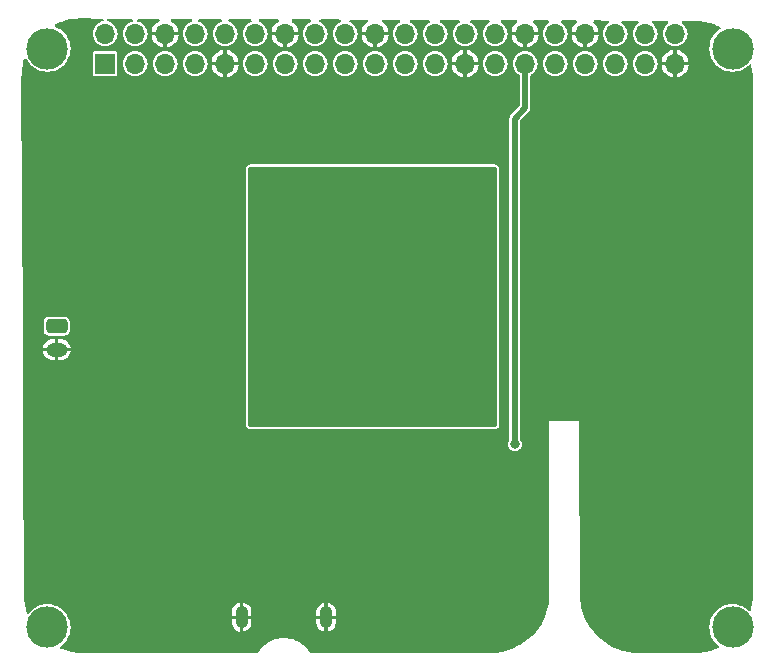
<source format=gbl>
G04 #@! TF.GenerationSoftware,KiCad,Pcbnew,7.0.9*
G04 #@! TF.CreationDate,2023-11-15T19:01:28+02:00*
G04 #@! TF.ProjectId,Power,506f7765-722e-46b6-9963-61645f706362,rev?*
G04 #@! TF.SameCoordinates,Original*
G04 #@! TF.FileFunction,Copper,L2,Bot*
G04 #@! TF.FilePolarity,Positive*
%FSLAX46Y46*%
G04 Gerber Fmt 4.6, Leading zero omitted, Abs format (unit mm)*
G04 Created by KiCad (PCBNEW 7.0.9) date 2023-11-15 19:01:28*
%MOMM*%
%LPD*%
G01*
G04 APERTURE LIST*
G04 Aperture macros list*
%AMRoundRect*
0 Rectangle with rounded corners*
0 $1 Rounding radius*
0 $2 $3 $4 $5 $6 $7 $8 $9 X,Y pos of 4 corners*
0 Add a 4 corners polygon primitive as box body*
4,1,4,$2,$3,$4,$5,$6,$7,$8,$9,$2,$3,0*
0 Add four circle primitives for the rounded corners*
1,1,$1+$1,$2,$3*
1,1,$1+$1,$4,$5*
1,1,$1+$1,$6,$7*
1,1,$1+$1,$8,$9*
0 Add four rect primitives between the rounded corners*
20,1,$1+$1,$2,$3,$4,$5,0*
20,1,$1+$1,$4,$5,$6,$7,0*
20,1,$1+$1,$6,$7,$8,$9,0*
20,1,$1+$1,$8,$9,$2,$3,0*%
G04 Aperture macros list end*
G04 #@! TA.AperFunction,ComponentPad*
%ADD10RoundRect,0.300000X-0.600000X0.300000X-0.600000X-0.300000X0.600000X-0.300000X0.600000X0.300000X0*%
G04 #@! TD*
G04 #@! TA.AperFunction,ComponentPad*
%ADD11O,1.800000X1.200000*%
G04 #@! TD*
G04 #@! TA.AperFunction,WasherPad*
%ADD12C,3.500000*%
G04 #@! TD*
G04 #@! TA.AperFunction,ComponentPad*
%ADD13O,1.050000X1.900000*%
G04 #@! TD*
G04 #@! TA.AperFunction,ComponentPad*
%ADD14R,1.700000X1.700000*%
G04 #@! TD*
G04 #@! TA.AperFunction,ComponentPad*
%ADD15O,1.700000X1.700000*%
G04 #@! TD*
G04 #@! TA.AperFunction,ViaPad*
%ADD16C,0.800000*%
G04 #@! TD*
G04 #@! TA.AperFunction,Conductor*
%ADD17C,0.500000*%
G04 #@! TD*
G04 APERTURE END LIST*
D10*
X122760000Y-92320000D03*
D11*
X122760000Y-94320000D03*
D12*
X121980000Y-68820000D03*
D13*
X138425000Y-116980000D03*
X145575000Y-116980000D03*
D12*
X121980000Y-117820000D03*
X179980000Y-117820000D03*
X179980000Y-68820000D03*
D14*
X126855000Y-70095000D03*
D15*
X126855000Y-67555000D03*
X129395000Y-70095000D03*
X129395000Y-67555000D03*
X131935000Y-70095000D03*
X131935000Y-67555000D03*
X134475000Y-70095000D03*
X134475000Y-67555000D03*
X137015000Y-70095000D03*
X137015000Y-67555000D03*
X139555000Y-70095000D03*
X139555000Y-67555000D03*
X142095000Y-70095000D03*
X142095000Y-67555000D03*
X144635000Y-70095000D03*
X144635000Y-67555000D03*
X147175000Y-70095000D03*
X147175000Y-67555000D03*
X149715000Y-70095000D03*
X149715000Y-67555000D03*
X152255000Y-70095000D03*
X152255000Y-67555000D03*
X154795000Y-70095000D03*
X154795000Y-67555000D03*
X157335000Y-70095000D03*
X157335000Y-67555000D03*
X159875000Y-70095000D03*
X159875000Y-67555000D03*
X162415000Y-70095000D03*
X162415000Y-67555000D03*
X164955000Y-70095000D03*
X164955000Y-67555000D03*
X167495000Y-70095000D03*
X167495000Y-67555000D03*
X170035000Y-70095000D03*
X170035000Y-67555000D03*
X172575000Y-70095000D03*
X172575000Y-67555000D03*
X175115000Y-70095000D03*
X175115000Y-67555000D03*
D16*
X180035000Y-98270000D03*
X147035000Y-76270000D03*
X125035000Y-70770000D03*
X136270000Y-114760000D03*
X141535000Y-76270000D03*
X130535000Y-114770000D03*
X174535000Y-92770000D03*
X136035000Y-109270000D03*
X169035000Y-81770000D03*
X134890000Y-99840000D03*
X180035000Y-103770000D03*
X163535000Y-92770000D03*
X128800000Y-95400000D03*
X130535000Y-81770000D03*
X130535000Y-98270000D03*
X163535000Y-76270000D03*
X174535000Y-98270000D03*
X147520000Y-116960000D03*
X125035000Y-98270000D03*
X135000000Y-87800000D03*
X158035000Y-76270000D03*
X136260000Y-116970000D03*
X174535000Y-81770000D03*
X158035000Y-103770000D03*
X180035000Y-81770000D03*
X152535000Y-114770000D03*
X144795000Y-106035000D03*
X130535000Y-109270000D03*
X141830000Y-108980000D03*
X180035000Y-92770000D03*
X147035000Y-103770000D03*
X158035000Y-109270000D03*
X125035000Y-109270000D03*
X130535000Y-76270000D03*
X143545000Y-106025000D03*
X180035000Y-87270000D03*
X136035000Y-76270000D03*
X147510000Y-119160000D03*
X180035000Y-109270000D03*
X169035000Y-114770000D03*
X136240000Y-119240000D03*
X143460000Y-108950000D03*
X180035000Y-114770000D03*
X174535000Y-103770000D03*
X137700000Y-85380000D03*
X163535000Y-87270000D03*
X148620000Y-106380000D03*
X163535000Y-81770000D03*
X169035000Y-98270000D03*
X125035000Y-81770000D03*
X122770000Y-97420000D03*
X136035000Y-103770000D03*
X147530000Y-114750000D03*
X169035000Y-103770000D03*
X169035000Y-109270000D03*
X136650000Y-101530000D03*
X174535000Y-109270000D03*
X136620000Y-98100000D03*
X169035000Y-87270000D03*
X169035000Y-92770000D03*
X174535000Y-87270000D03*
X136035000Y-81770000D03*
X130535000Y-103770000D03*
X152535000Y-109270000D03*
X152535000Y-76270000D03*
X147035000Y-109270000D03*
X125035000Y-76270000D03*
X125035000Y-87270000D03*
X163535000Y-98270000D03*
X174535000Y-76270000D03*
X125035000Y-114770000D03*
X180035000Y-76270000D03*
X141535000Y-103770000D03*
X130535000Y-87270000D03*
X152535000Y-103770000D03*
X174535000Y-114770000D03*
X169035000Y-76270000D03*
X125035000Y-103770000D03*
X158035000Y-114770000D03*
X148000000Y-90840000D03*
X140000000Y-94840000D03*
X154000000Y-92840000D03*
X154000000Y-84840000D03*
X158000000Y-88840000D03*
X142000000Y-80840000D03*
X158000000Y-96840000D03*
X146000000Y-88840000D03*
X156000000Y-86840000D03*
X154000000Y-96840000D03*
X154000000Y-88840000D03*
X150000000Y-92840000D03*
X152000000Y-94840000D03*
X150000000Y-84840000D03*
X146000000Y-84840000D03*
X146000000Y-80840000D03*
X146000000Y-96840000D03*
X142000000Y-84840000D03*
X152000000Y-86840000D03*
X140000000Y-82840000D03*
X140000000Y-96840000D03*
X150000000Y-96840000D03*
X152000000Y-82840000D03*
X148000000Y-94840000D03*
X152000000Y-98840000D03*
X150000000Y-80840000D03*
X156000000Y-94840000D03*
X144000000Y-82840000D03*
X150000000Y-88840000D03*
X154000000Y-80840000D03*
X152000000Y-90840000D03*
X144000000Y-98840000D03*
X156000000Y-98840000D03*
X148000000Y-98840000D03*
X146000000Y-92840000D03*
X158000000Y-80840000D03*
X148000000Y-86840000D03*
X156000000Y-90840000D03*
X158000000Y-84840000D03*
X158000000Y-92840000D03*
X148000000Y-82840000D03*
X156000000Y-82840000D03*
X161540000Y-102320000D03*
D17*
X161540000Y-102320000D02*
X161540000Y-74750000D01*
X162415000Y-73875000D02*
X162415000Y-70240000D01*
X161540000Y-74750000D02*
X162415000Y-73875000D01*
G04 #@! TA.AperFunction,Conductor*
G36*
X126603660Y-66280043D02*
G01*
X126670619Y-66299992D01*
X126716165Y-66352977D01*
X126725835Y-66422174D01*
X126696559Y-66485614D01*
X126639164Y-66522702D01*
X126451046Y-66579767D01*
X126343726Y-66637132D01*
X126268550Y-66677315D01*
X126268548Y-66677316D01*
X126268547Y-66677317D01*
X126108589Y-66808589D01*
X125977317Y-66968547D01*
X125879769Y-67151043D01*
X125819699Y-67349067D01*
X125799417Y-67555000D01*
X125819699Y-67760932D01*
X125820886Y-67764844D01*
X125879768Y-67958954D01*
X125977315Y-68141450D01*
X126011969Y-68183677D01*
X126108589Y-68301410D01*
X126131851Y-68320500D01*
X126268550Y-68432685D01*
X126451046Y-68530232D01*
X126649066Y-68590300D01*
X126649065Y-68590300D01*
X126667529Y-68592118D01*
X126855000Y-68610583D01*
X127060934Y-68590300D01*
X127258954Y-68530232D01*
X127441450Y-68432685D01*
X127601410Y-68301410D01*
X127732685Y-68141450D01*
X127830232Y-67958954D01*
X127890300Y-67760934D01*
X127910583Y-67555000D01*
X127890300Y-67349066D01*
X127830232Y-67151046D01*
X127732685Y-66968550D01*
X127680702Y-66905209D01*
X127601410Y-66808589D01*
X127483677Y-66711969D01*
X127441450Y-66677315D01*
X127258954Y-66579768D01*
X127077483Y-66524720D01*
X127019046Y-66486423D01*
X126990590Y-66422611D01*
X127001150Y-66353544D01*
X127047374Y-66301151D01*
X127113970Y-66282061D01*
X129110985Y-66289955D01*
X129177946Y-66309904D01*
X129223492Y-66362889D01*
X129233162Y-66432086D01*
X129203886Y-66495527D01*
X129146490Y-66532615D01*
X129067125Y-66556690D01*
X128991050Y-66579767D01*
X128991043Y-66579769D01*
X128908124Y-66624091D01*
X128808550Y-66677315D01*
X128808548Y-66677316D01*
X128808547Y-66677317D01*
X128648589Y-66808589D01*
X128517317Y-66968547D01*
X128419769Y-67151043D01*
X128359699Y-67349067D01*
X128339417Y-67555000D01*
X128359699Y-67760932D01*
X128360886Y-67764844D01*
X128419768Y-67958954D01*
X128517315Y-68141450D01*
X128551969Y-68183677D01*
X128648589Y-68301410D01*
X128671851Y-68320500D01*
X128808550Y-68432685D01*
X128991046Y-68530232D01*
X129189066Y-68590300D01*
X129189065Y-68590300D01*
X129207529Y-68592118D01*
X129395000Y-68610583D01*
X129600934Y-68590300D01*
X129798954Y-68530232D01*
X129981450Y-68432685D01*
X130141410Y-68301410D01*
X130272685Y-68141450D01*
X130370232Y-67958954D01*
X130430300Y-67760934D01*
X130450583Y-67555000D01*
X130430300Y-67349066D01*
X130370232Y-67151046D01*
X130272685Y-66968550D01*
X130220702Y-66905209D01*
X130141410Y-66808589D01*
X130023677Y-66711969D01*
X129981450Y-66677315D01*
X129798954Y-66579768D01*
X129651019Y-66534893D01*
X129592582Y-66496596D01*
X129564126Y-66432784D01*
X129574686Y-66363717D01*
X129620910Y-66311324D01*
X129687506Y-66292234D01*
X131344021Y-66298782D01*
X131410982Y-66318731D01*
X131456528Y-66371716D01*
X131466198Y-66440913D01*
X131436922Y-66504354D01*
X131408808Y-66528208D01*
X131239002Y-66633346D01*
X131239000Y-66633348D01*
X131081500Y-66776928D01*
X130953059Y-66947010D01*
X130858066Y-67137783D01*
X130858058Y-67137803D01*
X130799738Y-67342781D01*
X130793972Y-67404999D01*
X130793973Y-67405000D01*
X131457935Y-67405000D01*
X131435000Y-67483111D01*
X131435000Y-67626889D01*
X131457935Y-67705000D01*
X130793973Y-67705000D01*
X130799738Y-67767218D01*
X130858058Y-67972196D01*
X130858066Y-67972216D01*
X130953059Y-68162989D01*
X131081500Y-68333071D01*
X131239000Y-68476651D01*
X131239002Y-68476653D01*
X131420201Y-68588846D01*
X131420207Y-68588849D01*
X131618936Y-68665836D01*
X131785000Y-68696879D01*
X131785000Y-68036170D01*
X131792685Y-68039680D01*
X131899237Y-68055000D01*
X131970763Y-68055000D01*
X132077315Y-68039680D01*
X132085000Y-68036170D01*
X132085000Y-68696879D01*
X132251063Y-68665836D01*
X132449792Y-68588849D01*
X132449798Y-68588846D01*
X132630997Y-68476653D01*
X132630999Y-68476651D01*
X132788499Y-68333071D01*
X132916940Y-68162989D01*
X133011933Y-67972216D01*
X133011941Y-67972196D01*
X133070261Y-67767218D01*
X133076027Y-67705000D01*
X132412065Y-67705000D01*
X132435000Y-67626889D01*
X132435000Y-67483111D01*
X132412065Y-67405000D01*
X133076027Y-67405000D01*
X133076027Y-67404999D01*
X133070261Y-67342781D01*
X133011941Y-67137803D01*
X133011933Y-67137783D01*
X132916940Y-66947010D01*
X132788499Y-66776928D01*
X132630999Y-66633348D01*
X132630997Y-66633346D01*
X132468791Y-66532914D01*
X132422155Y-66480887D01*
X132411051Y-66411905D01*
X132439004Y-66347871D01*
X132497139Y-66309114D01*
X132534557Y-66303488D01*
X134125640Y-66309777D01*
X134192600Y-66329726D01*
X134238146Y-66382711D01*
X134247816Y-66451908D01*
X134218540Y-66515349D01*
X134161145Y-66552436D01*
X134071046Y-66579767D01*
X133963726Y-66637132D01*
X133888550Y-66677315D01*
X133888548Y-66677316D01*
X133888547Y-66677317D01*
X133728589Y-66808589D01*
X133597317Y-66968547D01*
X133499769Y-67151043D01*
X133439699Y-67349067D01*
X133419417Y-67555000D01*
X133439699Y-67760932D01*
X133440886Y-67764844D01*
X133499768Y-67958954D01*
X133597315Y-68141450D01*
X133631969Y-68183677D01*
X133728589Y-68301410D01*
X133751851Y-68320500D01*
X133888550Y-68432685D01*
X134071046Y-68530232D01*
X134269066Y-68590300D01*
X134269065Y-68590300D01*
X134287529Y-68592118D01*
X134475000Y-68610583D01*
X134680934Y-68590300D01*
X134878954Y-68530232D01*
X135061450Y-68432685D01*
X135221410Y-68301410D01*
X135352685Y-68141450D01*
X135450232Y-67958954D01*
X135510300Y-67760934D01*
X135530583Y-67555000D01*
X135510300Y-67349066D01*
X135450232Y-67151046D01*
X135352685Y-66968550D01*
X135300702Y-66905209D01*
X135221410Y-66808589D01*
X135103677Y-66711969D01*
X135061450Y-66677315D01*
X134937856Y-66611252D01*
X134878953Y-66579767D01*
X134798092Y-66555238D01*
X134739654Y-66516941D01*
X134711197Y-66453128D01*
X134721758Y-66384061D01*
X134767983Y-66331668D01*
X134834575Y-66312579D01*
X136632968Y-66319688D01*
X136699927Y-66339637D01*
X136745473Y-66392622D01*
X136755143Y-66461819D01*
X136725867Y-66525260D01*
X136668473Y-66562347D01*
X136611045Y-66579768D01*
X136528124Y-66624091D01*
X136428550Y-66677315D01*
X136428548Y-66677316D01*
X136428547Y-66677317D01*
X136268589Y-66808589D01*
X136137317Y-66968547D01*
X136039769Y-67151043D01*
X135979699Y-67349067D01*
X135959417Y-67555000D01*
X135979699Y-67760932D01*
X135980886Y-67764844D01*
X136039768Y-67958954D01*
X136137315Y-68141450D01*
X136171969Y-68183677D01*
X136268589Y-68301410D01*
X136291851Y-68320500D01*
X136428550Y-68432685D01*
X136611046Y-68530232D01*
X136809066Y-68590300D01*
X136809065Y-68590300D01*
X136827529Y-68592118D01*
X137015000Y-68610583D01*
X137220934Y-68590300D01*
X137418954Y-68530232D01*
X137601450Y-68432685D01*
X137761410Y-68301410D01*
X137892685Y-68141450D01*
X137990232Y-67958954D01*
X138050300Y-67760934D01*
X138070583Y-67555000D01*
X138050300Y-67349066D01*
X137990232Y-67151046D01*
X137892685Y-66968550D01*
X137840702Y-66905209D01*
X137761410Y-66808589D01*
X137643677Y-66711969D01*
X137601450Y-66677315D01*
X137418954Y-66579768D01*
X137413304Y-66578054D01*
X137371627Y-66565411D01*
X137313189Y-66527113D01*
X137284733Y-66463301D01*
X137295294Y-66394234D01*
X137341519Y-66341841D01*
X137408111Y-66322752D01*
X139140296Y-66329599D01*
X139207254Y-66349548D01*
X139252800Y-66402533D01*
X139262470Y-66471730D01*
X139233194Y-66535171D01*
X139175802Y-66572257D01*
X139151048Y-66579766D01*
X139050804Y-66633349D01*
X138968550Y-66677315D01*
X138968548Y-66677316D01*
X138968547Y-66677317D01*
X138808589Y-66808589D01*
X138677317Y-66968547D01*
X138579769Y-67151043D01*
X138519699Y-67349067D01*
X138499417Y-67555000D01*
X138519699Y-67760932D01*
X138520886Y-67764844D01*
X138579768Y-67958954D01*
X138677315Y-68141450D01*
X138711969Y-68183677D01*
X138808589Y-68301410D01*
X138831851Y-68320500D01*
X138968550Y-68432685D01*
X139151046Y-68530232D01*
X139349066Y-68590300D01*
X139349065Y-68590300D01*
X139367529Y-68592118D01*
X139555000Y-68610583D01*
X139760934Y-68590300D01*
X139958954Y-68530232D01*
X140141450Y-68432685D01*
X140301410Y-68301410D01*
X140432685Y-68141450D01*
X140530232Y-67958954D01*
X140590300Y-67760934D01*
X140610583Y-67555000D01*
X140590300Y-67349066D01*
X140530232Y-67151046D01*
X140432685Y-66968550D01*
X140380702Y-66905209D01*
X140301410Y-66808589D01*
X140183677Y-66711969D01*
X140141450Y-66677315D01*
X139958954Y-66579768D01*
X139945160Y-66575583D01*
X139886724Y-66537284D01*
X139858269Y-66473471D01*
X139868831Y-66404405D01*
X139915057Y-66352012D01*
X139981647Y-66332925D01*
X141439571Y-66338688D01*
X141506530Y-66358637D01*
X141552076Y-66411622D01*
X141561746Y-66480819D01*
X141532470Y-66544260D01*
X141504357Y-66568114D01*
X141398999Y-66633349D01*
X141241500Y-66776928D01*
X141113059Y-66947010D01*
X141018066Y-67137783D01*
X141018058Y-67137803D01*
X140959738Y-67342781D01*
X140953972Y-67404999D01*
X140953973Y-67405000D01*
X141617935Y-67405000D01*
X141595000Y-67483111D01*
X141595000Y-67626889D01*
X141617935Y-67705000D01*
X140953973Y-67705000D01*
X140959738Y-67767218D01*
X141018058Y-67972196D01*
X141018066Y-67972216D01*
X141113059Y-68162989D01*
X141241500Y-68333071D01*
X141399000Y-68476651D01*
X141399002Y-68476653D01*
X141580201Y-68588846D01*
X141580207Y-68588849D01*
X141778936Y-68665836D01*
X141945000Y-68696879D01*
X141945000Y-68036170D01*
X141952685Y-68039680D01*
X142059237Y-68055000D01*
X142130763Y-68055000D01*
X142237315Y-68039680D01*
X142245000Y-68036170D01*
X142245000Y-68696879D01*
X142411063Y-68665836D01*
X142609792Y-68588849D01*
X142609798Y-68588846D01*
X142790997Y-68476653D01*
X142790999Y-68476651D01*
X142948499Y-68333071D01*
X143076940Y-68162989D01*
X143171933Y-67972216D01*
X143171941Y-67972196D01*
X143230261Y-67767218D01*
X143236027Y-67705000D01*
X142572065Y-67705000D01*
X142595000Y-67626889D01*
X142595000Y-67483111D01*
X142572065Y-67405000D01*
X143236027Y-67405000D01*
X143236027Y-67404999D01*
X143230261Y-67342781D01*
X143171941Y-67137803D01*
X143171933Y-67137783D01*
X143076940Y-66947010D01*
X142948499Y-66776928D01*
X142790999Y-66633348D01*
X142790997Y-66633346D01*
X142694072Y-66573333D01*
X142647436Y-66521305D01*
X142636332Y-66452323D01*
X142664285Y-66388289D01*
X142722420Y-66349533D01*
X142759834Y-66343907D01*
X144167357Y-66349471D01*
X144234317Y-66369420D01*
X144279863Y-66422405D01*
X144289533Y-66491602D01*
X144260257Y-66555043D01*
X144225320Y-66582828D01*
X144148124Y-66624091D01*
X144048550Y-66677315D01*
X144048548Y-66677316D01*
X144048547Y-66677317D01*
X143888589Y-66808589D01*
X143757317Y-66968547D01*
X143659769Y-67151043D01*
X143599699Y-67349067D01*
X143579417Y-67555000D01*
X143599699Y-67760932D01*
X143600886Y-67764844D01*
X143659768Y-67958954D01*
X143757315Y-68141450D01*
X143791969Y-68183677D01*
X143888589Y-68301410D01*
X143911851Y-68320500D01*
X144048550Y-68432685D01*
X144231046Y-68530232D01*
X144429066Y-68590300D01*
X144429065Y-68590300D01*
X144447529Y-68592118D01*
X144635000Y-68610583D01*
X144840934Y-68590300D01*
X145038954Y-68530232D01*
X145221450Y-68432685D01*
X145381410Y-68301410D01*
X145512685Y-68141450D01*
X145610232Y-67958954D01*
X145670300Y-67760934D01*
X145690583Y-67555000D01*
X145670300Y-67349066D01*
X145610232Y-67151046D01*
X145512685Y-66968550D01*
X145460702Y-66905209D01*
X145381410Y-66808589D01*
X145263677Y-66711969D01*
X145221450Y-66677315D01*
X145097856Y-66611252D01*
X145051654Y-66586556D01*
X145001810Y-66537593D01*
X144986350Y-66469455D01*
X145010182Y-66403776D01*
X145065740Y-66361407D01*
X145110592Y-66353199D01*
X146688713Y-66359438D01*
X146755671Y-66379386D01*
X146801217Y-66432371D01*
X146810887Y-66501568D01*
X146781611Y-66565009D01*
X146746675Y-66592794D01*
X146670804Y-66633349D01*
X146588550Y-66677315D01*
X146588548Y-66677315D01*
X146588545Y-66677318D01*
X146428589Y-66808589D01*
X146297317Y-66968547D01*
X146199769Y-67151043D01*
X146139699Y-67349067D01*
X146119417Y-67555000D01*
X146139699Y-67760932D01*
X146140886Y-67764844D01*
X146199768Y-67958954D01*
X146297315Y-68141450D01*
X146331969Y-68183677D01*
X146428589Y-68301410D01*
X146451851Y-68320500D01*
X146588550Y-68432685D01*
X146771046Y-68530232D01*
X146969066Y-68590300D01*
X146969065Y-68590300D01*
X146987529Y-68592118D01*
X147175000Y-68610583D01*
X147380934Y-68590300D01*
X147578954Y-68530232D01*
X147761450Y-68432685D01*
X147921410Y-68301410D01*
X148052685Y-68141450D01*
X148150232Y-67958954D01*
X148210300Y-67760934D01*
X148230583Y-67555000D01*
X148210300Y-67349066D01*
X148150232Y-67151046D01*
X148052685Y-66968550D01*
X148000702Y-66905209D01*
X147921410Y-66808589D01*
X147803677Y-66711969D01*
X147761450Y-66677315D01*
X147610576Y-66596670D01*
X147560734Y-66547709D01*
X147545274Y-66479572D01*
X147569106Y-66413892D01*
X147624664Y-66371523D01*
X147669521Y-66363315D01*
X149011232Y-66368618D01*
X149078191Y-66388567D01*
X149123737Y-66441552D01*
X149133407Y-66510749D01*
X149104131Y-66574189D01*
X149076018Y-66598043D01*
X149019005Y-66633344D01*
X149019000Y-66633348D01*
X148861500Y-66776928D01*
X148733059Y-66947010D01*
X148638066Y-67137783D01*
X148638058Y-67137803D01*
X148579738Y-67342781D01*
X148573972Y-67404999D01*
X148573973Y-67405000D01*
X149237935Y-67405000D01*
X149215000Y-67483111D01*
X149215000Y-67626889D01*
X149237935Y-67705000D01*
X148573973Y-67705000D01*
X148579738Y-67767218D01*
X148638058Y-67972196D01*
X148638066Y-67972216D01*
X148733059Y-68162989D01*
X148861500Y-68333071D01*
X149019000Y-68476651D01*
X149019002Y-68476653D01*
X149200201Y-68588846D01*
X149200207Y-68588849D01*
X149398936Y-68665836D01*
X149565000Y-68696879D01*
X149565000Y-68036170D01*
X149572685Y-68039680D01*
X149679237Y-68055000D01*
X149750763Y-68055000D01*
X149857315Y-68039680D01*
X149865000Y-68036170D01*
X149865000Y-68696879D01*
X150031063Y-68665836D01*
X150229792Y-68588849D01*
X150229798Y-68588846D01*
X150410997Y-68476653D01*
X150410999Y-68476651D01*
X150568499Y-68333071D01*
X150696940Y-68162989D01*
X150791933Y-67972216D01*
X150791941Y-67972196D01*
X150850261Y-67767218D01*
X150856027Y-67705000D01*
X150192065Y-67705000D01*
X150215000Y-67626889D01*
X150215000Y-67483111D01*
X150192065Y-67405000D01*
X150856027Y-67405000D01*
X150856027Y-67404999D01*
X150850261Y-67342781D01*
X150791941Y-67137803D01*
X150791933Y-67137783D01*
X150696940Y-66947010D01*
X150568499Y-66776928D01*
X150410999Y-66633348D01*
X150410997Y-66633346D01*
X150363032Y-66603648D01*
X150316396Y-66551621D01*
X150305292Y-66482639D01*
X150333245Y-66418605D01*
X150391380Y-66379848D01*
X150428796Y-66374222D01*
X151731419Y-66379371D01*
X151798379Y-66399320D01*
X151843925Y-66452305D01*
X151853595Y-66521502D01*
X151824319Y-66584943D01*
X151789382Y-66612728D01*
X151750804Y-66633349D01*
X151668550Y-66677315D01*
X151668548Y-66677316D01*
X151668547Y-66677317D01*
X151508589Y-66808589D01*
X151377317Y-66968547D01*
X151279769Y-67151043D01*
X151219699Y-67349067D01*
X151199417Y-67555000D01*
X151219699Y-67760932D01*
X151220886Y-67764844D01*
X151279768Y-67958954D01*
X151377315Y-68141450D01*
X151411969Y-68183677D01*
X151508589Y-68301410D01*
X151531851Y-68320500D01*
X151668550Y-68432685D01*
X151851046Y-68530232D01*
X152049066Y-68590300D01*
X152049065Y-68590300D01*
X152067529Y-68592118D01*
X152255000Y-68610583D01*
X152460934Y-68590300D01*
X152658954Y-68530232D01*
X152841450Y-68432685D01*
X153001410Y-68301410D01*
X153132685Y-68141450D01*
X153230232Y-67958954D01*
X153290300Y-67760934D01*
X153310583Y-67555000D01*
X153290300Y-67349066D01*
X153230232Y-67151046D01*
X153132685Y-66968550D01*
X153080702Y-66905209D01*
X153001410Y-66808589D01*
X152883677Y-66711969D01*
X152841450Y-66677315D01*
X152728425Y-66616901D01*
X152678582Y-66567939D01*
X152663122Y-66499801D01*
X152686954Y-66434122D01*
X152742512Y-66391753D01*
X152787367Y-66383545D01*
X153173025Y-66385070D01*
X154252775Y-66389338D01*
X154319733Y-66409286D01*
X154365279Y-66462271D01*
X154374949Y-66531468D01*
X154345673Y-66594908D01*
X154310737Y-66622693D01*
X154208548Y-66677315D01*
X154048589Y-66808589D01*
X153917317Y-66968547D01*
X153819769Y-67151043D01*
X153759699Y-67349067D01*
X153739417Y-67555000D01*
X153759699Y-67760932D01*
X153760886Y-67764844D01*
X153819768Y-67958954D01*
X153917315Y-68141450D01*
X153951969Y-68183677D01*
X154048589Y-68301410D01*
X154071851Y-68320500D01*
X154208550Y-68432685D01*
X154391046Y-68530232D01*
X154589066Y-68590300D01*
X154589065Y-68590300D01*
X154607529Y-68592118D01*
X154795000Y-68610583D01*
X155000934Y-68590300D01*
X155198954Y-68530232D01*
X155381450Y-68432685D01*
X155541410Y-68301410D01*
X155672685Y-68141450D01*
X155770232Y-67958954D01*
X155830300Y-67760934D01*
X155850583Y-67555000D01*
X155830300Y-67349066D01*
X155770232Y-67151046D01*
X155672685Y-66968550D01*
X155620702Y-66905209D01*
X155541410Y-66808589D01*
X155423677Y-66711969D01*
X155381450Y-66677315D01*
X155287350Y-66627017D01*
X155237506Y-66578054D01*
X155222046Y-66509916D01*
X155245878Y-66444237D01*
X155301436Y-66401868D01*
X155346289Y-66393660D01*
X156774128Y-66399304D01*
X156841087Y-66419253D01*
X156886633Y-66472238D01*
X156896303Y-66541435D01*
X156867027Y-66604876D01*
X156832091Y-66632660D01*
X156748548Y-66677315D01*
X156588589Y-66808589D01*
X156457317Y-66968547D01*
X156359769Y-67151043D01*
X156299699Y-67349067D01*
X156279417Y-67555000D01*
X156299699Y-67760932D01*
X156300886Y-67764844D01*
X156359768Y-67958954D01*
X156457315Y-68141450D01*
X156491969Y-68183677D01*
X156588589Y-68301410D01*
X156611851Y-68320500D01*
X156748550Y-68432685D01*
X156931046Y-68530232D01*
X157129066Y-68590300D01*
X157129065Y-68590300D01*
X157147529Y-68592118D01*
X157335000Y-68610583D01*
X157540934Y-68590300D01*
X157738954Y-68530232D01*
X157921450Y-68432685D01*
X158081410Y-68301410D01*
X158212685Y-68141450D01*
X158310232Y-67958954D01*
X158370300Y-67760934D01*
X158390583Y-67555000D01*
X158370300Y-67349066D01*
X158310232Y-67151046D01*
X158212685Y-66968550D01*
X158160702Y-66905209D01*
X158081410Y-66808589D01*
X157963677Y-66711969D01*
X157921450Y-66677315D01*
X157846274Y-66637132D01*
X157796430Y-66588169D01*
X157780970Y-66520031D01*
X157804802Y-66454351D01*
X157860361Y-66411983D01*
X157905212Y-66403775D01*
X159295481Y-66409271D01*
X159362441Y-66429220D01*
X159407987Y-66482205D01*
X159417657Y-66551402D01*
X159388381Y-66614843D01*
X159353443Y-66642628D01*
X159288550Y-66677315D01*
X159288548Y-66677316D01*
X159288547Y-66677317D01*
X159128589Y-66808589D01*
X158997317Y-66968547D01*
X158899769Y-67151043D01*
X158839699Y-67349067D01*
X158819417Y-67555000D01*
X158839699Y-67760932D01*
X158840886Y-67764844D01*
X158899768Y-67958954D01*
X158997315Y-68141450D01*
X159031969Y-68183677D01*
X159128589Y-68301410D01*
X159151851Y-68320500D01*
X159288550Y-68432685D01*
X159471046Y-68530232D01*
X159669066Y-68590300D01*
X159669065Y-68590300D01*
X159687529Y-68592118D01*
X159875000Y-68610583D01*
X160080934Y-68590300D01*
X160278954Y-68530232D01*
X160461450Y-68432685D01*
X160621410Y-68301410D01*
X160752685Y-68141450D01*
X160850232Y-67958954D01*
X160910300Y-67760934D01*
X160930583Y-67555000D01*
X160910300Y-67349066D01*
X160850232Y-67151046D01*
X160752685Y-66968550D01*
X160700702Y-66905209D01*
X160621410Y-66808589D01*
X160503677Y-66711969D01*
X160461450Y-66677315D01*
X160405196Y-66647246D01*
X160355353Y-66598284D01*
X160339893Y-66530146D01*
X160363725Y-66464467D01*
X160419283Y-66422098D01*
X160464134Y-66413891D01*
X161635069Y-66418519D01*
X161702028Y-66438468D01*
X161747574Y-66491453D01*
X161757244Y-66560650D01*
X161727968Y-66624091D01*
X161718116Y-66634155D01*
X161561498Y-66776931D01*
X161433059Y-66947010D01*
X161338066Y-67137783D01*
X161338058Y-67137803D01*
X161279738Y-67342781D01*
X161273972Y-67404999D01*
X161273973Y-67405000D01*
X161937935Y-67405000D01*
X161915000Y-67483111D01*
X161915000Y-67626889D01*
X161937935Y-67705000D01*
X161273973Y-67705000D01*
X161279738Y-67767218D01*
X161338058Y-67972196D01*
X161338066Y-67972216D01*
X161433059Y-68162989D01*
X161561500Y-68333071D01*
X161719000Y-68476651D01*
X161719002Y-68476653D01*
X161900201Y-68588846D01*
X161900207Y-68588849D01*
X162098936Y-68665836D01*
X162265000Y-68696879D01*
X162265000Y-68036170D01*
X162272685Y-68039680D01*
X162379237Y-68055000D01*
X162450763Y-68055000D01*
X162557315Y-68039680D01*
X162565000Y-68036170D01*
X162565000Y-68696879D01*
X162731063Y-68665836D01*
X162929792Y-68588849D01*
X162929798Y-68588846D01*
X163110997Y-68476653D01*
X163110999Y-68476651D01*
X163268499Y-68333071D01*
X163396940Y-68162989D01*
X163491933Y-67972216D01*
X163491941Y-67972196D01*
X163550261Y-67767218D01*
X163556027Y-67705000D01*
X162892065Y-67705000D01*
X162915000Y-67626889D01*
X162915000Y-67483111D01*
X162892065Y-67405000D01*
X163556027Y-67405000D01*
X163556027Y-67404999D01*
X163550261Y-67342781D01*
X163491941Y-67137803D01*
X163491933Y-67137783D01*
X163396940Y-66947010D01*
X163268501Y-66776931D01*
X163118681Y-66640351D01*
X163082400Y-66580639D01*
X163084161Y-66510792D01*
X163123405Y-66452984D01*
X163187672Y-66425570D01*
X163202685Y-66424716D01*
X164338191Y-66429204D01*
X164405149Y-66449153D01*
X164450695Y-66502138D01*
X164460365Y-66571335D01*
X164431089Y-66634776D01*
X164396154Y-66662560D01*
X164368547Y-66677316D01*
X164208589Y-66808589D01*
X164077317Y-66968547D01*
X163979769Y-67151043D01*
X163919699Y-67349067D01*
X163899417Y-67555000D01*
X163919699Y-67760932D01*
X163920886Y-67764844D01*
X163979768Y-67958954D01*
X164077315Y-68141450D01*
X164111969Y-68183677D01*
X164208589Y-68301410D01*
X164231851Y-68320500D01*
X164368550Y-68432685D01*
X164551046Y-68530232D01*
X164749066Y-68590300D01*
X164749065Y-68590300D01*
X164767529Y-68592118D01*
X164955000Y-68610583D01*
X165160934Y-68590300D01*
X165358954Y-68530232D01*
X165541450Y-68432685D01*
X165701410Y-68301410D01*
X165832685Y-68141450D01*
X165930232Y-67958954D01*
X165990300Y-67760934D01*
X166010583Y-67555000D01*
X165990300Y-67349066D01*
X165930232Y-67151046D01*
X165832685Y-66968550D01*
X165780702Y-66905209D01*
X165701410Y-66808589D01*
X165541451Y-66677315D01*
X165523046Y-66667478D01*
X165473202Y-66618516D01*
X165457741Y-66550378D01*
X165481572Y-66484699D01*
X165537130Y-66442330D01*
X165581985Y-66434121D01*
X166693136Y-66438513D01*
X166760095Y-66458462D01*
X166805641Y-66511447D01*
X166815311Y-66580644D01*
X166786035Y-66644085D01*
X166776183Y-66654149D01*
X166641498Y-66776931D01*
X166513059Y-66947010D01*
X166418066Y-67137783D01*
X166418058Y-67137803D01*
X166359738Y-67342781D01*
X166353972Y-67404999D01*
X166353973Y-67405000D01*
X167017935Y-67405000D01*
X166995000Y-67483111D01*
X166995000Y-67626889D01*
X167017935Y-67705000D01*
X166353973Y-67705000D01*
X166359738Y-67767218D01*
X166418058Y-67972196D01*
X166418066Y-67972216D01*
X166513059Y-68162989D01*
X166641500Y-68333071D01*
X166799000Y-68476651D01*
X166799002Y-68476653D01*
X166980201Y-68588846D01*
X166980207Y-68588849D01*
X167178936Y-68665836D01*
X167345000Y-68696879D01*
X167345000Y-68036170D01*
X167352685Y-68039680D01*
X167459237Y-68055000D01*
X167530763Y-68055000D01*
X167637315Y-68039680D01*
X167645000Y-68036170D01*
X167645000Y-68696879D01*
X167811063Y-68665836D01*
X168009792Y-68588849D01*
X168009798Y-68588846D01*
X168190997Y-68476653D01*
X168190999Y-68476651D01*
X168348499Y-68333071D01*
X168476940Y-68162989D01*
X168571933Y-67972216D01*
X168571941Y-67972196D01*
X168630261Y-67767218D01*
X168636027Y-67705000D01*
X167972065Y-67705000D01*
X167995000Y-67626889D01*
X167995000Y-67483111D01*
X167972065Y-67405000D01*
X168636027Y-67405000D01*
X168636027Y-67404999D01*
X168630261Y-67342781D01*
X168571941Y-67137803D01*
X168571933Y-67137783D01*
X168476940Y-66947010D01*
X168348499Y-66776929D01*
X168220805Y-66660520D01*
X168184523Y-66600809D01*
X168186284Y-66530961D01*
X168225527Y-66473154D01*
X168289794Y-66445739D01*
X168304820Y-66444884D01*
X169381756Y-66449141D01*
X169448715Y-66469090D01*
X169494261Y-66522075D01*
X169503931Y-66591272D01*
X169474655Y-66654713D01*
X169450157Y-66676240D01*
X169448555Y-66677309D01*
X169288589Y-66808589D01*
X169157317Y-66968547D01*
X169059769Y-67151043D01*
X168999699Y-67349067D01*
X168979417Y-67555000D01*
X168999699Y-67760932D01*
X169000886Y-67764844D01*
X169059768Y-67958954D01*
X169157315Y-68141450D01*
X169191969Y-68183677D01*
X169288589Y-68301410D01*
X169311851Y-68320500D01*
X169448550Y-68432685D01*
X169631046Y-68530232D01*
X169829066Y-68590300D01*
X169829065Y-68590300D01*
X169847529Y-68592118D01*
X170035000Y-68610583D01*
X170240934Y-68590300D01*
X170438954Y-68530232D01*
X170621450Y-68432685D01*
X170781410Y-68301410D01*
X170912685Y-68141450D01*
X171010232Y-67958954D01*
X171070300Y-67760934D01*
X171090583Y-67555000D01*
X171070300Y-67349066D01*
X171010232Y-67151046D01*
X170912685Y-66968550D01*
X170860702Y-66905209D01*
X170781410Y-66808589D01*
X170617645Y-66674192D01*
X170578310Y-66616446D01*
X170576439Y-66546601D01*
X170612626Y-66486833D01*
X170675382Y-66456117D01*
X170696787Y-66454339D01*
X171908347Y-66459129D01*
X171975305Y-66479077D01*
X172020851Y-66532062D01*
X172030521Y-66601259D01*
X172001245Y-66664700D01*
X171986519Y-66678980D01*
X171828590Y-66808589D01*
X171697317Y-66968547D01*
X171599769Y-67151043D01*
X171539699Y-67349067D01*
X171519417Y-67555000D01*
X171539699Y-67760932D01*
X171540886Y-67764844D01*
X171599768Y-67958954D01*
X171697315Y-68141450D01*
X171731969Y-68183677D01*
X171828589Y-68301410D01*
X171851851Y-68320500D01*
X171988550Y-68432685D01*
X172171046Y-68530232D01*
X172369066Y-68590300D01*
X172369065Y-68590300D01*
X172387529Y-68592118D01*
X172575000Y-68610583D01*
X172780934Y-68590300D01*
X172978954Y-68530232D01*
X173161450Y-68432685D01*
X173321410Y-68301410D01*
X173452685Y-68141450D01*
X173550232Y-67958954D01*
X173610300Y-67760934D01*
X173630583Y-67555000D01*
X173610300Y-67349066D01*
X173550232Y-67151046D01*
X173452685Y-66968550D01*
X173321410Y-66808590D01*
X173291743Y-66784243D01*
X173169938Y-66684280D01*
X173130604Y-66626535D01*
X173128733Y-66556690D01*
X173164920Y-66496922D01*
X173227676Y-66466206D01*
X173249081Y-66464428D01*
X174436169Y-66469121D01*
X174503129Y-66489070D01*
X174548675Y-66542055D01*
X174558345Y-66611252D01*
X174529069Y-66674693D01*
X174514343Y-66688973D01*
X174368590Y-66808589D01*
X174237317Y-66968547D01*
X174139769Y-67151043D01*
X174079699Y-67349067D01*
X174059417Y-67555000D01*
X174079699Y-67760932D01*
X174080886Y-67764844D01*
X174139768Y-67958954D01*
X174237315Y-68141450D01*
X174271969Y-68183677D01*
X174368589Y-68301410D01*
X174391851Y-68320500D01*
X174528550Y-68432685D01*
X174711046Y-68530232D01*
X174909066Y-68590300D01*
X174909065Y-68590300D01*
X174927529Y-68592118D01*
X175115000Y-68610583D01*
X175320934Y-68590300D01*
X175518954Y-68530232D01*
X175701450Y-68432685D01*
X175861410Y-68301410D01*
X175992685Y-68141450D01*
X176090232Y-67958954D01*
X176150300Y-67760934D01*
X176170583Y-67555000D01*
X176150300Y-67349066D01*
X176090232Y-67151046D01*
X175992685Y-66968550D01*
X175940702Y-66905209D01*
X175861410Y-66808589D01*
X175722232Y-66694370D01*
X175682897Y-66636624D01*
X175681026Y-66566779D01*
X175717213Y-66507011D01*
X175779969Y-66476295D01*
X175801374Y-66474517D01*
X176760920Y-66478311D01*
X177192815Y-66498830D01*
X177198169Y-66499318D01*
X177547543Y-66546601D01*
X177623982Y-66556946D01*
X177629293Y-66557901D01*
X178048481Y-66652327D01*
X178053657Y-66653732D01*
X178463051Y-66784243D01*
X178468110Y-66786101D01*
X178687137Y-66877583D01*
X178864604Y-66951706D01*
X178869479Y-66953995D01*
X178896737Y-66968280D01*
X178900292Y-66970143D01*
X178950535Y-67018697D01*
X178966551Y-67086706D01*
X178943257Y-67152578D01*
X178917044Y-67179242D01*
X178699439Y-67342138D01*
X178699421Y-67342154D01*
X178502154Y-67539421D01*
X178502138Y-67539439D01*
X178334945Y-67762784D01*
X178334940Y-67762792D01*
X178201233Y-68007657D01*
X178201231Y-68007661D01*
X178103727Y-68269083D01*
X178044422Y-68541700D01*
X178024518Y-68819998D01*
X178024518Y-68820001D01*
X178044422Y-69098299D01*
X178103727Y-69370916D01*
X178103729Y-69370923D01*
X178147027Y-69487010D01*
X178201231Y-69632338D01*
X178201233Y-69632342D01*
X178334940Y-69877207D01*
X178334945Y-69877215D01*
X178502138Y-70100560D01*
X178502154Y-70100578D01*
X178699421Y-70297845D01*
X178699439Y-70297861D01*
X178922784Y-70465054D01*
X178922792Y-70465059D01*
X179167657Y-70598766D01*
X179167661Y-70598768D01*
X179167663Y-70598769D01*
X179429077Y-70696271D01*
X179565391Y-70725924D01*
X179701700Y-70755577D01*
X179701702Y-70755577D01*
X179701706Y-70755578D01*
X179949014Y-70773265D01*
X179979999Y-70775482D01*
X179980000Y-70775482D01*
X179980001Y-70775482D01*
X180007881Y-70773487D01*
X180258294Y-70755578D01*
X180530923Y-70696271D01*
X180792337Y-70598769D01*
X181037213Y-70465056D01*
X181260568Y-70297855D01*
X181375384Y-70183038D01*
X181436705Y-70149555D01*
X181506397Y-70154539D01*
X181562331Y-70196410D01*
X181584138Y-70243942D01*
X181664941Y-70609271D01*
X181665876Y-70614587D01*
X181721846Y-71040614D01*
X181722316Y-71045991D01*
X181741155Y-71477951D01*
X181743946Y-114999679D01*
X181725063Y-115432768D01*
X181724592Y-115438159D01*
X181668388Y-115865274D01*
X181667449Y-115870604D01*
X181574232Y-116291186D01*
X181572831Y-116296413D01*
X181548468Y-116373700D01*
X181509539Y-116431719D01*
X181445421Y-116459482D01*
X181376473Y-116448173D01*
X181342524Y-116424100D01*
X181260578Y-116342154D01*
X181260560Y-116342138D01*
X181037215Y-116174945D01*
X181037207Y-116174940D01*
X180792342Y-116041233D01*
X180792338Y-116041231D01*
X180639701Y-115984301D01*
X180530923Y-115943729D01*
X180530919Y-115943728D01*
X180530916Y-115943727D01*
X180258299Y-115884422D01*
X179980001Y-115864518D01*
X179979999Y-115864518D01*
X179701700Y-115884422D01*
X179429083Y-115943727D01*
X179429078Y-115943728D01*
X179429077Y-115943729D01*
X179365875Y-115967301D01*
X179167661Y-116041231D01*
X179167657Y-116041233D01*
X178922792Y-116174940D01*
X178922784Y-116174945D01*
X178699439Y-116342138D01*
X178699421Y-116342154D01*
X178502154Y-116539421D01*
X178502138Y-116539439D01*
X178334945Y-116762784D01*
X178334940Y-116762792D01*
X178201233Y-117007657D01*
X178201231Y-117007661D01*
X178103727Y-117269083D01*
X178044422Y-117541700D01*
X178024518Y-117819998D01*
X178024518Y-117820001D01*
X178044422Y-118098299D01*
X178092651Y-118320000D01*
X178103729Y-118370923D01*
X178143387Y-118477250D01*
X178201231Y-118632338D01*
X178201233Y-118632342D01*
X178334940Y-118877207D01*
X178334945Y-118877215D01*
X178502138Y-119100560D01*
X178502154Y-119100578D01*
X178699421Y-119297845D01*
X178699439Y-119297861D01*
X178782214Y-119359825D01*
X178824086Y-119415758D01*
X178829070Y-119485450D01*
X178795585Y-119546773D01*
X178755359Y-119573652D01*
X178456613Y-119697404D01*
X178451532Y-119699252D01*
X178309830Y-119743933D01*
X178040676Y-119828800D01*
X178035449Y-119830201D01*
X177614869Y-119923446D01*
X177609540Y-119924386D01*
X177182429Y-119980618D01*
X177177038Y-119981090D01*
X176743946Y-120000000D01*
X172048961Y-120000000D01*
X171616814Y-119981172D01*
X171611435Y-119980702D01*
X171185219Y-119924711D01*
X171179901Y-119923775D01*
X170760187Y-119830930D01*
X170754971Y-119829535D01*
X170367161Y-119707537D01*
X170344920Y-119700540D01*
X170339846Y-119698698D01*
X169942566Y-119534526D01*
X169937670Y-119532249D01*
X169556169Y-119334145D01*
X169551503Y-119331459D01*
X169188675Y-119100925D01*
X169184248Y-119097833D01*
X168842840Y-118836615D01*
X168838706Y-118833156D01*
X168521323Y-118543247D01*
X168517499Y-118539435D01*
X168226523Y-118223012D01*
X168223044Y-118218881D01*
X168219131Y-118213802D01*
X167960695Y-117878353D01*
X167957594Y-117873943D01*
X167953612Y-117867722D01*
X167725849Y-117511880D01*
X167723149Y-117507226D01*
X167523773Y-117126384D01*
X167521487Y-117121514D01*
X167355976Y-116724744D01*
X167354136Y-116719729D01*
X167223764Y-116310080D01*
X167222353Y-116304871D01*
X167193158Y-116174945D01*
X167128106Y-115885451D01*
X167127159Y-115880173D01*
X167069741Y-115454108D01*
X167069257Y-115448760D01*
X167049526Y-115028152D01*
X167005076Y-101692936D01*
X167012209Y-101668339D01*
X167004962Y-101588403D01*
X167004709Y-101583024D01*
X167000515Y-100324685D01*
X167000539Y-100320002D01*
X167000541Y-100320000D01*
X167000539Y-100319997D01*
X167000540Y-100319996D01*
X167000500Y-100319899D01*
X167000383Y-100319618D01*
X167000383Y-100319617D01*
X167000382Y-100319616D01*
X167000193Y-100319538D01*
X167000169Y-100319528D01*
X167000000Y-100319459D01*
X166999998Y-100319459D01*
X166999997Y-100319459D01*
X166977034Y-100319500D01*
X165852946Y-100319500D01*
X165828331Y-100312272D01*
X165748418Y-100319264D01*
X165743012Y-100319500D01*
X165736976Y-100319500D01*
X165731581Y-100319265D01*
X165660233Y-100313036D01*
X165627055Y-100319500D01*
X164504760Y-100319500D01*
X164504554Y-100319459D01*
X164480000Y-100319459D01*
X164479901Y-100319500D01*
X164479617Y-100319616D01*
X164479615Y-100319618D01*
X164479459Y-100319999D01*
X164479476Y-100344616D01*
X164479471Y-100344616D01*
X164479500Y-100344759D01*
X164479500Y-101583003D01*
X164479264Y-101588409D01*
X164473025Y-101659711D01*
X164479500Y-101692944D01*
X164479500Y-115011451D01*
X164461091Y-115433075D01*
X164460619Y-115438466D01*
X164404393Y-115865549D01*
X164403453Y-115870878D01*
X164310213Y-116291455D01*
X164308813Y-116296682D01*
X164179277Y-116707517D01*
X164177426Y-116712602D01*
X164012574Y-117110591D01*
X164010287Y-117115496D01*
X163811376Y-117497601D01*
X163808670Y-117502287D01*
X163577218Y-117865593D01*
X163574114Y-117870026D01*
X163311868Y-118211792D01*
X163308389Y-118215937D01*
X163017363Y-118533537D01*
X163013537Y-118537363D01*
X162695937Y-118828389D01*
X162691792Y-118831868D01*
X162350026Y-119094114D01*
X162345593Y-119097218D01*
X161982287Y-119328670D01*
X161977603Y-119331374D01*
X161922951Y-119359825D01*
X161595496Y-119530287D01*
X161590591Y-119532574D01*
X161192602Y-119697426D01*
X161187517Y-119699277D01*
X160776682Y-119828813D01*
X160771455Y-119830213D01*
X160350878Y-119923453D01*
X160345549Y-119924393D01*
X159918466Y-119980619D01*
X159913075Y-119981091D01*
X159480000Y-120000000D01*
X144344243Y-120000000D01*
X144313406Y-119996104D01*
X144284130Y-119988587D01*
X144257399Y-119981724D01*
X144203354Y-119952012D01*
X144179301Y-119929424D01*
X144162139Y-119909477D01*
X144162138Y-119909476D01*
X144069649Y-119775482D01*
X144035184Y-119725550D01*
X144035182Y-119725548D01*
X144035180Y-119725546D01*
X144035177Y-119725541D01*
X143828148Y-119491852D01*
X143594459Y-119284823D01*
X143594453Y-119284819D01*
X143594451Y-119284817D01*
X143594449Y-119284815D01*
X143337518Y-119107469D01*
X143061085Y-118962385D01*
X143061080Y-118962383D01*
X143061078Y-118962382D01*
X142917587Y-118907963D01*
X142769167Y-118851674D01*
X142674695Y-118828389D01*
X142594117Y-118808528D01*
X142593344Y-118808078D01*
X142592993Y-118808023D01*
X142587856Y-118806985D01*
X142519049Y-118790026D01*
X142466030Y-118776958D01*
X142457925Y-118775973D01*
X142372400Y-118765588D01*
X142372399Y-118765589D01*
X142272627Y-118753474D01*
X142272288Y-118753328D01*
X142269964Y-118753151D01*
X142156105Y-118739326D01*
X142156102Y-118739326D01*
X142051732Y-118739326D01*
X142051127Y-118739297D01*
X142050967Y-118739326D01*
X141949032Y-118739326D01*
X141948926Y-118739294D01*
X141948267Y-118739326D01*
X141843895Y-118739326D01*
X141730035Y-118753151D01*
X141727892Y-118753314D01*
X141727372Y-118753474D01*
X141627709Y-118765575D01*
X141627707Y-118765576D01*
X141533969Y-118776958D01*
X141412143Y-118806985D01*
X141407021Y-118808020D01*
X141405881Y-118808529D01*
X141230832Y-118851674D01*
X141001099Y-118938801D01*
X140938922Y-118962382D01*
X140938919Y-118962383D01*
X140938915Y-118962385D01*
X140938914Y-118962385D01*
X140662481Y-119107469D01*
X140405550Y-119284815D01*
X140405548Y-119284817D01*
X140405542Y-119284822D01*
X140405541Y-119284823D01*
X140171852Y-119491852D01*
X139986534Y-119701035D01*
X139964819Y-119725546D01*
X139837859Y-119909476D01*
X139820697Y-119929424D01*
X139796647Y-119952010D01*
X139742597Y-119981725D01*
X139686594Y-119996104D01*
X139655757Y-120000000D01*
X124976797Y-120000000D01*
X124544994Y-119981202D01*
X124539619Y-119980733D01*
X124113781Y-119924838D01*
X124108467Y-119923904D01*
X123689090Y-119831215D01*
X123683877Y-119829822D01*
X123274124Y-119701035D01*
X123269052Y-119699195D01*
X123119579Y-119637484D01*
X123065125Y-119593706D01*
X123042983Y-119527438D01*
X123060184Y-119459718D01*
X123092583Y-119423606D01*
X123260568Y-119297855D01*
X123457855Y-119100568D01*
X123625056Y-118877213D01*
X123758769Y-118632337D01*
X123856271Y-118370923D01*
X123915578Y-118098294D01*
X123935482Y-117820000D01*
X123915578Y-117541706D01*
X123909813Y-117515206D01*
X123895570Y-117449733D01*
X137600000Y-117449733D01*
X137614536Y-117583394D01*
X137614537Y-117583398D01*
X137671837Y-117753456D01*
X137764351Y-117907214D01*
X137764352Y-117907215D01*
X137887756Y-118037491D01*
X137887755Y-118037491D01*
X138036282Y-118138195D01*
X138036283Y-118138196D01*
X138202984Y-118204614D01*
X138275000Y-118216420D01*
X138275000Y-117553205D01*
X138353918Y-117598769D01*
X138449044Y-117608767D01*
X138540013Y-117579209D01*
X138575000Y-117547706D01*
X138575000Y-118219561D01*
X138732162Y-118175926D01*
X138732168Y-118175923D01*
X138890711Y-118091869D01*
X139027477Y-117975698D01*
X139136074Y-117832841D01*
X139211425Y-117669971D01*
X139249999Y-117494724D01*
X139250000Y-117494721D01*
X139250000Y-117449733D01*
X144750000Y-117449733D01*
X144764536Y-117583394D01*
X144764537Y-117583398D01*
X144821837Y-117753456D01*
X144914351Y-117907214D01*
X144914352Y-117907215D01*
X145037756Y-118037491D01*
X145037755Y-118037491D01*
X145186282Y-118138195D01*
X145186283Y-118138196D01*
X145352984Y-118204614D01*
X145425000Y-118216420D01*
X145425000Y-117553205D01*
X145503918Y-117598769D01*
X145599044Y-117608767D01*
X145690013Y-117579209D01*
X145725000Y-117547706D01*
X145725000Y-118219561D01*
X145882162Y-118175926D01*
X145882168Y-118175923D01*
X146040711Y-118091869D01*
X146177477Y-117975698D01*
X146286074Y-117832841D01*
X146361425Y-117669971D01*
X146399999Y-117494724D01*
X146400000Y-117494721D01*
X146400000Y-117130000D01*
X145800000Y-117130000D01*
X145800000Y-116830000D01*
X146400000Y-116830000D01*
X146400000Y-116510274D01*
X146399999Y-116510266D01*
X146385463Y-116376605D01*
X146385462Y-116376601D01*
X146328162Y-116206543D01*
X146235648Y-116052785D01*
X146235647Y-116052784D01*
X146112243Y-115922508D01*
X146112244Y-115922508D01*
X145963717Y-115821804D01*
X145963716Y-115821803D01*
X145797012Y-115755383D01*
X145797008Y-115755382D01*
X145725000Y-115743577D01*
X145725000Y-116406794D01*
X145646082Y-116361231D01*
X145550956Y-116351233D01*
X145459987Y-116380791D01*
X145425000Y-116412293D01*
X145425000Y-115740437D01*
X145424999Y-115740437D01*
X145267837Y-115784073D01*
X145267831Y-115784076D01*
X145109288Y-115868130D01*
X144972522Y-115984301D01*
X144863925Y-116127158D01*
X144788574Y-116290028D01*
X144750000Y-116465275D01*
X144750000Y-116830000D01*
X145350000Y-116830000D01*
X145350000Y-117130000D01*
X144750000Y-117130000D01*
X144750000Y-117449733D01*
X139250000Y-117449733D01*
X139250000Y-117130000D01*
X138650000Y-117130000D01*
X138650000Y-116830000D01*
X139250000Y-116830000D01*
X139250000Y-116510274D01*
X139249999Y-116510266D01*
X139235463Y-116376605D01*
X139235462Y-116376601D01*
X139178162Y-116206543D01*
X139085648Y-116052785D01*
X139085647Y-116052784D01*
X138962243Y-115922508D01*
X138962244Y-115922508D01*
X138813717Y-115821804D01*
X138813716Y-115821803D01*
X138647012Y-115755383D01*
X138647008Y-115755382D01*
X138575000Y-115743577D01*
X138575000Y-116406794D01*
X138496082Y-116361231D01*
X138400956Y-116351233D01*
X138309987Y-116380791D01*
X138275000Y-116412293D01*
X138275000Y-115740437D01*
X138274999Y-115740437D01*
X138117837Y-115784073D01*
X138117831Y-115784076D01*
X137959288Y-115868130D01*
X137822522Y-115984301D01*
X137713925Y-116127158D01*
X137638574Y-116290028D01*
X137600000Y-116465275D01*
X137600000Y-116830000D01*
X138200000Y-116830000D01*
X138200000Y-117130000D01*
X137600000Y-117130000D01*
X137600000Y-117449733D01*
X123895570Y-117449733D01*
X123856272Y-117269083D01*
X123856271Y-117269077D01*
X123758769Y-117007663D01*
X123661757Y-116830000D01*
X123625059Y-116762792D01*
X123625054Y-116762784D01*
X123457861Y-116539439D01*
X123457845Y-116539421D01*
X123260578Y-116342154D01*
X123260560Y-116342138D01*
X123037215Y-116174945D01*
X123037207Y-116174940D01*
X122792342Y-116041233D01*
X122792338Y-116041231D01*
X122639701Y-115984301D01*
X122530923Y-115943729D01*
X122530919Y-115943728D01*
X122530916Y-115943727D01*
X122258299Y-115884422D01*
X121980001Y-115864518D01*
X121979999Y-115864518D01*
X121701700Y-115884422D01*
X121429083Y-115943727D01*
X121429078Y-115943728D01*
X121429077Y-115943729D01*
X121365875Y-115967301D01*
X121167661Y-116041231D01*
X121167657Y-116041233D01*
X120922792Y-116174940D01*
X120922784Y-116174945D01*
X120699439Y-116342138D01*
X120699421Y-116342154D01*
X120502154Y-116539421D01*
X120502141Y-116539436D01*
X120451794Y-116606691D01*
X120395860Y-116648561D01*
X120326168Y-116653545D01*
X120264846Y-116620059D01*
X120234409Y-116570110D01*
X120153042Y-116315379D01*
X120151625Y-116310174D01*
X120056978Y-115891195D01*
X120056030Y-115885948D01*
X119998147Y-115460317D01*
X119997656Y-115454956D01*
X119976851Y-115023257D01*
X119917763Y-102320001D01*
X160934318Y-102320001D01*
X160954955Y-102476760D01*
X160954956Y-102476762D01*
X161015464Y-102622841D01*
X161111718Y-102748282D01*
X161237159Y-102844536D01*
X161383238Y-102905044D01*
X161461619Y-102915363D01*
X161539999Y-102925682D01*
X161540000Y-102925682D01*
X161540001Y-102925682D01*
X161592254Y-102918802D01*
X161696762Y-102905044D01*
X161842841Y-102844536D01*
X161968282Y-102748282D01*
X162064536Y-102622841D01*
X162125044Y-102476762D01*
X162145682Y-102320000D01*
X162125044Y-102163238D01*
X162064536Y-102017159D01*
X162064535Y-102017158D01*
X162064535Y-102017157D01*
X162016124Y-101954066D01*
X161990930Y-101888896D01*
X161990500Y-101878580D01*
X161990500Y-74987964D01*
X162010185Y-74920925D01*
X162026815Y-74900287D01*
X162713205Y-74213896D01*
X162718373Y-74209277D01*
X162748970Y-74184879D01*
X162782480Y-74135728D01*
X162817793Y-74087882D01*
X162817794Y-74087879D01*
X162821787Y-74080324D01*
X162825470Y-74072676D01*
X162825470Y-74072675D01*
X162825472Y-74072673D01*
X162843007Y-74015822D01*
X162862646Y-73959699D01*
X162864228Y-73951336D01*
X162865500Y-73942899D01*
X162865500Y-73883441D01*
X162867725Y-73823990D01*
X162866685Y-73814758D01*
X162867513Y-73814664D01*
X162865500Y-73799361D01*
X162865500Y-71119674D01*
X162885185Y-71052635D01*
X162931046Y-71010316D01*
X163001450Y-70972685D01*
X163161410Y-70841410D01*
X163292685Y-70681450D01*
X163390232Y-70498954D01*
X163450300Y-70300934D01*
X163470583Y-70095000D01*
X163899417Y-70095000D01*
X163919699Y-70300932D01*
X163919700Y-70300934D01*
X163979768Y-70498954D01*
X164077315Y-70681450D01*
X164111969Y-70723677D01*
X164208589Y-70841410D01*
X164231935Y-70860569D01*
X164368550Y-70972685D01*
X164551046Y-71070232D01*
X164749066Y-71130300D01*
X164749065Y-71130300D01*
X164767529Y-71132118D01*
X164955000Y-71150583D01*
X165160934Y-71130300D01*
X165358954Y-71070232D01*
X165541450Y-70972685D01*
X165701410Y-70841410D01*
X165832685Y-70681450D01*
X165930232Y-70498954D01*
X165990300Y-70300934D01*
X166010583Y-70095000D01*
X166439417Y-70095000D01*
X166459699Y-70300932D01*
X166459700Y-70300934D01*
X166519768Y-70498954D01*
X166617315Y-70681450D01*
X166651969Y-70723677D01*
X166748589Y-70841410D01*
X166771935Y-70860569D01*
X166908550Y-70972685D01*
X167091046Y-71070232D01*
X167289066Y-71130300D01*
X167289065Y-71130300D01*
X167307529Y-71132118D01*
X167495000Y-71150583D01*
X167700934Y-71130300D01*
X167898954Y-71070232D01*
X168081450Y-70972685D01*
X168241410Y-70841410D01*
X168372685Y-70681450D01*
X168470232Y-70498954D01*
X168530300Y-70300934D01*
X168550583Y-70095000D01*
X168979417Y-70095000D01*
X168999699Y-70300932D01*
X168999700Y-70300934D01*
X169059768Y-70498954D01*
X169157315Y-70681450D01*
X169191969Y-70723677D01*
X169288589Y-70841410D01*
X169311935Y-70860569D01*
X169448550Y-70972685D01*
X169631046Y-71070232D01*
X169829066Y-71130300D01*
X169829065Y-71130300D01*
X169847529Y-71132118D01*
X170035000Y-71150583D01*
X170240934Y-71130300D01*
X170438954Y-71070232D01*
X170621450Y-70972685D01*
X170781410Y-70841410D01*
X170912685Y-70681450D01*
X171010232Y-70498954D01*
X171070300Y-70300934D01*
X171090583Y-70095000D01*
X171519417Y-70095000D01*
X171539699Y-70300932D01*
X171539700Y-70300934D01*
X171599768Y-70498954D01*
X171697315Y-70681450D01*
X171731969Y-70723677D01*
X171828589Y-70841410D01*
X171851935Y-70860569D01*
X171988550Y-70972685D01*
X172171046Y-71070232D01*
X172369066Y-71130300D01*
X172369065Y-71130300D01*
X172387529Y-71132118D01*
X172575000Y-71150583D01*
X172780934Y-71130300D01*
X172978954Y-71070232D01*
X173161450Y-70972685D01*
X173321410Y-70841410D01*
X173452685Y-70681450D01*
X173550232Y-70498954D01*
X173610300Y-70300934D01*
X173630583Y-70095000D01*
X173615809Y-69944999D01*
X173973972Y-69944999D01*
X173973973Y-69945000D01*
X174637935Y-69945000D01*
X174615000Y-70023111D01*
X174615000Y-70166889D01*
X174637935Y-70245000D01*
X173973973Y-70245000D01*
X173979738Y-70307218D01*
X174038058Y-70512196D01*
X174038066Y-70512216D01*
X174133059Y-70702989D01*
X174261500Y-70873071D01*
X174419000Y-71016651D01*
X174419002Y-71016653D01*
X174600201Y-71128846D01*
X174600207Y-71128849D01*
X174798936Y-71205836D01*
X174965000Y-71236879D01*
X174965000Y-70576170D01*
X174972685Y-70579680D01*
X175079237Y-70595000D01*
X175150763Y-70595000D01*
X175257315Y-70579680D01*
X175265000Y-70576170D01*
X175265000Y-71236879D01*
X175431063Y-71205836D01*
X175629792Y-71128849D01*
X175629798Y-71128846D01*
X175810997Y-71016653D01*
X175810999Y-71016651D01*
X175968499Y-70873071D01*
X176096940Y-70702989D01*
X176191933Y-70512216D01*
X176191941Y-70512196D01*
X176250261Y-70307218D01*
X176256027Y-70245000D01*
X175592065Y-70245000D01*
X175615000Y-70166889D01*
X175615000Y-70023111D01*
X175592065Y-69945000D01*
X176256027Y-69945000D01*
X176256027Y-69944999D01*
X176250261Y-69882781D01*
X176191941Y-69677803D01*
X176191933Y-69677783D01*
X176096940Y-69487010D01*
X175968499Y-69316928D01*
X175810999Y-69173348D01*
X175810997Y-69173346D01*
X175629798Y-69061153D01*
X175629789Y-69061149D01*
X175431060Y-68984162D01*
X175431061Y-68984162D01*
X175265000Y-68953119D01*
X175265000Y-69613829D01*
X175257315Y-69610320D01*
X175150763Y-69595000D01*
X175079237Y-69595000D01*
X174972685Y-69610320D01*
X174965000Y-69613829D01*
X174965000Y-68953119D01*
X174798939Y-68984162D01*
X174600210Y-69061149D01*
X174600201Y-69061153D01*
X174419002Y-69173346D01*
X174419000Y-69173348D01*
X174261500Y-69316928D01*
X174133059Y-69487010D01*
X174038066Y-69677783D01*
X174038058Y-69677803D01*
X173979738Y-69882781D01*
X173973972Y-69944999D01*
X173615809Y-69944999D01*
X173610300Y-69889066D01*
X173550232Y-69691046D01*
X173452685Y-69508550D01*
X173400702Y-69445209D01*
X173321410Y-69348589D01*
X173171121Y-69225252D01*
X173161450Y-69217315D01*
X172978954Y-69119768D01*
X172780934Y-69059700D01*
X172780932Y-69059699D01*
X172780934Y-69059699D01*
X172575000Y-69039417D01*
X172369067Y-69059699D01*
X172171043Y-69119769D01*
X172083114Y-69166769D01*
X171988550Y-69217315D01*
X171988548Y-69217316D01*
X171988547Y-69217317D01*
X171828589Y-69348589D01*
X171697317Y-69508547D01*
X171599769Y-69691043D01*
X171539699Y-69889067D01*
X171519417Y-70095000D01*
X171090583Y-70095000D01*
X171070300Y-69889066D01*
X171010232Y-69691046D01*
X170912685Y-69508550D01*
X170860702Y-69445209D01*
X170781410Y-69348589D01*
X170631121Y-69225252D01*
X170621450Y-69217315D01*
X170438954Y-69119768D01*
X170240934Y-69059700D01*
X170240932Y-69059699D01*
X170240934Y-69059699D01*
X170035000Y-69039417D01*
X169829067Y-69059699D01*
X169631043Y-69119769D01*
X169543114Y-69166769D01*
X169448550Y-69217315D01*
X169448548Y-69217316D01*
X169448547Y-69217317D01*
X169288589Y-69348589D01*
X169157317Y-69508547D01*
X169059769Y-69691043D01*
X168999699Y-69889067D01*
X168979417Y-70095000D01*
X168550583Y-70095000D01*
X168530300Y-69889066D01*
X168470232Y-69691046D01*
X168372685Y-69508550D01*
X168320702Y-69445209D01*
X168241410Y-69348589D01*
X168091121Y-69225252D01*
X168081450Y-69217315D01*
X167898954Y-69119768D01*
X167700934Y-69059700D01*
X167700932Y-69059699D01*
X167700934Y-69059699D01*
X167495000Y-69039417D01*
X167289067Y-69059699D01*
X167091043Y-69119769D01*
X167003114Y-69166769D01*
X166908550Y-69217315D01*
X166908548Y-69217316D01*
X166908547Y-69217317D01*
X166748589Y-69348589D01*
X166617317Y-69508547D01*
X166519769Y-69691043D01*
X166459699Y-69889067D01*
X166439417Y-70095000D01*
X166010583Y-70095000D01*
X165990300Y-69889066D01*
X165930232Y-69691046D01*
X165832685Y-69508550D01*
X165780702Y-69445209D01*
X165701410Y-69348589D01*
X165551121Y-69225252D01*
X165541450Y-69217315D01*
X165358954Y-69119768D01*
X165160934Y-69059700D01*
X165160932Y-69059699D01*
X165160934Y-69059699D01*
X164955000Y-69039417D01*
X164749067Y-69059699D01*
X164551043Y-69119769D01*
X164463114Y-69166769D01*
X164368550Y-69217315D01*
X164368548Y-69217316D01*
X164368547Y-69217317D01*
X164208589Y-69348589D01*
X164077317Y-69508547D01*
X163979769Y-69691043D01*
X163919699Y-69889067D01*
X163899417Y-70095000D01*
X163470583Y-70095000D01*
X163450300Y-69889066D01*
X163390232Y-69691046D01*
X163292685Y-69508550D01*
X163240702Y-69445209D01*
X163161410Y-69348589D01*
X163011121Y-69225252D01*
X163001450Y-69217315D01*
X162818954Y-69119768D01*
X162620934Y-69059700D01*
X162620932Y-69059699D01*
X162620934Y-69059699D01*
X162415000Y-69039417D01*
X162209067Y-69059699D01*
X162011043Y-69119769D01*
X161923114Y-69166769D01*
X161828550Y-69217315D01*
X161828548Y-69217316D01*
X161828547Y-69217317D01*
X161668589Y-69348589D01*
X161537317Y-69508547D01*
X161439769Y-69691043D01*
X161379699Y-69889067D01*
X161359417Y-70095000D01*
X161379699Y-70300932D01*
X161379700Y-70300934D01*
X161439768Y-70498954D01*
X161537315Y-70681450D01*
X161571969Y-70723677D01*
X161668589Y-70841410D01*
X161691935Y-70860569D01*
X161828546Y-70972682D01*
X161828549Y-70972684D01*
X161828551Y-70972686D01*
X161855242Y-70986952D01*
X161898953Y-71010316D01*
X161948797Y-71059277D01*
X161964500Y-71119674D01*
X161964500Y-73637034D01*
X161944815Y-73704073D01*
X161928181Y-73724715D01*
X161241804Y-74411092D01*
X161236617Y-74415727D01*
X161206033Y-74440117D01*
X161206029Y-74440121D01*
X161172519Y-74489271D01*
X161137206Y-74537118D01*
X161133216Y-74544667D01*
X161129528Y-74552326D01*
X161111992Y-74609177D01*
X161092353Y-74665301D01*
X161090771Y-74673659D01*
X161089500Y-74682100D01*
X161089500Y-74741573D01*
X161087275Y-74801009D01*
X161088316Y-74810243D01*
X161087485Y-74810336D01*
X161089500Y-74825635D01*
X161089500Y-101878580D01*
X161069815Y-101945619D01*
X161063876Y-101954066D01*
X161015464Y-102017157D01*
X160954956Y-102163237D01*
X160954955Y-102163239D01*
X160934318Y-102319998D01*
X160934318Y-102320001D01*
X119917763Y-102320001D01*
X119910302Y-100716007D01*
X138794500Y-100716007D01*
X138799197Y-100759686D01*
X138810402Y-100811193D01*
X138812889Y-100821370D01*
X138812890Y-100821373D01*
X138855900Y-100902085D01*
X138901655Y-100954889D01*
X138919246Y-100972843D01*
X138919247Y-100972844D01*
X138919249Y-100972845D01*
X138999059Y-101017488D01*
X138999063Y-101017490D01*
X139066102Y-101037175D01*
X139124000Y-101045500D01*
X139124004Y-101045500D01*
X159875991Y-101045500D01*
X159876000Y-101045500D01*
X159919684Y-101040803D01*
X159945439Y-101035200D01*
X159971193Y-101029598D01*
X159975374Y-101028575D01*
X159981373Y-101027110D01*
X160062085Y-100984100D01*
X160114889Y-100938345D01*
X160132843Y-100920754D01*
X160177490Y-100840937D01*
X160197175Y-100773898D01*
X160205500Y-100716000D01*
X160205500Y-78964000D01*
X160200803Y-78920316D01*
X160196535Y-78900701D01*
X160189598Y-78868807D01*
X160187110Y-78858629D01*
X160187110Y-78858627D01*
X160144100Y-78777915D01*
X160098345Y-78725111D01*
X160080756Y-78707159D01*
X160080750Y-78707154D01*
X160000940Y-78662511D01*
X160000935Y-78662509D01*
X159933903Y-78642826D01*
X159933899Y-78642825D01*
X159933898Y-78642825D01*
X159876000Y-78634500D01*
X139124000Y-78634500D01*
X139123992Y-78634500D01*
X139080313Y-78639197D01*
X139028807Y-78650402D01*
X139018629Y-78652889D01*
X139018624Y-78652891D01*
X138937916Y-78695899D01*
X138937913Y-78695901D01*
X138924921Y-78707159D01*
X138885111Y-78741655D01*
X138867159Y-78759243D01*
X138867154Y-78759249D01*
X138822511Y-78839059D01*
X138822509Y-78839064D01*
X138802826Y-78906096D01*
X138802825Y-78906101D01*
X138802825Y-78906102D01*
X138794502Y-78963992D01*
X138794500Y-78964003D01*
X138794500Y-100716007D01*
X119910302Y-100716007D01*
X119879854Y-94170000D01*
X121571776Y-94170000D01*
X122387498Y-94170000D01*
X122374835Y-94194852D01*
X122355014Y-94320000D01*
X122374835Y-94445148D01*
X122387498Y-94470000D01*
X121571777Y-94470000D01*
X121599334Y-94599644D01*
X121676286Y-94772481D01*
X121787487Y-94925535D01*
X121928081Y-95052127D01*
X121928084Y-95052129D01*
X122091915Y-95146716D01*
X122091927Y-95146721D01*
X122271845Y-95205180D01*
X122412841Y-95220000D01*
X122610000Y-95220000D01*
X122610000Y-94692502D01*
X122634852Y-94705165D01*
X122728519Y-94720000D01*
X122791481Y-94720000D01*
X122885148Y-94705165D01*
X122910000Y-94692502D01*
X122910000Y-95220000D01*
X123107159Y-95220000D01*
X123248154Y-95205180D01*
X123428072Y-95146721D01*
X123428084Y-95146716D01*
X123591915Y-95052129D01*
X123591918Y-95052127D01*
X123732509Y-94925539D01*
X123732511Y-94925536D01*
X123843717Y-94772477D01*
X123920665Y-94599644D01*
X123948223Y-94470000D01*
X123132502Y-94470000D01*
X123145165Y-94445148D01*
X123164986Y-94320000D01*
X123145165Y-94194852D01*
X123132502Y-94170000D01*
X123948223Y-94170000D01*
X123920665Y-94040355D01*
X123843713Y-93867518D01*
X123732512Y-93714464D01*
X123591918Y-93587872D01*
X123591915Y-93587870D01*
X123428084Y-93493283D01*
X123428072Y-93493278D01*
X123248154Y-93434819D01*
X123107159Y-93420000D01*
X122910000Y-93420000D01*
X122910000Y-93947497D01*
X122885148Y-93934835D01*
X122791481Y-93920000D01*
X122728519Y-93920000D01*
X122634852Y-93934835D01*
X122610000Y-93947497D01*
X122610000Y-93420000D01*
X122412841Y-93420000D01*
X122271845Y-93434819D01*
X122091927Y-93493278D01*
X122091915Y-93493283D01*
X121928084Y-93587870D01*
X121928081Y-93587872D01*
X121787490Y-93714460D01*
X121787488Y-93714463D01*
X121676282Y-93867522D01*
X121599334Y-94040355D01*
X121571776Y-94170000D01*
X119879854Y-94170000D01*
X119872867Y-92667870D01*
X121659500Y-92667870D01*
X121659501Y-92667876D01*
X121665908Y-92727483D01*
X121716202Y-92862328D01*
X121716206Y-92862335D01*
X121802452Y-92977544D01*
X121802455Y-92977547D01*
X121917664Y-93063793D01*
X121917671Y-93063797D01*
X122052517Y-93114091D01*
X122052516Y-93114091D01*
X122059444Y-93114835D01*
X122112127Y-93120500D01*
X123407872Y-93120499D01*
X123467483Y-93114091D01*
X123602331Y-93063796D01*
X123717546Y-92977546D01*
X123803796Y-92862331D01*
X123854091Y-92727483D01*
X123860500Y-92667873D01*
X123860499Y-91972128D01*
X123854091Y-91912517D01*
X123803796Y-91777669D01*
X123803795Y-91777668D01*
X123803793Y-91777664D01*
X123717547Y-91662455D01*
X123717544Y-91662452D01*
X123602335Y-91576206D01*
X123602328Y-91576202D01*
X123467482Y-91525908D01*
X123467483Y-91525908D01*
X123407883Y-91519501D01*
X123407881Y-91519500D01*
X123407873Y-91519500D01*
X123407864Y-91519500D01*
X122112129Y-91519500D01*
X122112123Y-91519501D01*
X122052516Y-91525908D01*
X121917671Y-91576202D01*
X121917664Y-91576206D01*
X121802455Y-91662452D01*
X121802452Y-91662455D01*
X121716206Y-91777664D01*
X121716202Y-91777671D01*
X121665910Y-91912513D01*
X121665909Y-91912517D01*
X121659500Y-91972127D01*
X121659500Y-91972134D01*
X121659500Y-91972135D01*
X121659500Y-92667870D01*
X119872867Y-92667870D01*
X119773458Y-71296105D01*
X119783012Y-71052635D01*
X119786460Y-70964752D01*
X125804500Y-70964752D01*
X125816131Y-71023229D01*
X125816132Y-71023230D01*
X125860447Y-71089552D01*
X125926769Y-71133867D01*
X125926770Y-71133868D01*
X125985247Y-71145499D01*
X125985250Y-71145500D01*
X125985252Y-71145500D01*
X127724750Y-71145500D01*
X127724751Y-71145499D01*
X127739568Y-71142552D01*
X127783229Y-71133868D01*
X127783229Y-71133867D01*
X127783231Y-71133867D01*
X127849552Y-71089552D01*
X127893867Y-71023231D01*
X127893867Y-71023229D01*
X127893868Y-71023229D01*
X127905499Y-70964752D01*
X127905500Y-70964750D01*
X127905500Y-70095000D01*
X128339417Y-70095000D01*
X128359699Y-70300932D01*
X128359700Y-70300934D01*
X128419768Y-70498954D01*
X128517315Y-70681450D01*
X128551969Y-70723677D01*
X128648589Y-70841410D01*
X128671935Y-70860569D01*
X128808550Y-70972685D01*
X128991046Y-71070232D01*
X129189066Y-71130300D01*
X129189065Y-71130300D01*
X129207529Y-71132118D01*
X129395000Y-71150583D01*
X129600934Y-71130300D01*
X129798954Y-71070232D01*
X129981450Y-70972685D01*
X130141410Y-70841410D01*
X130272685Y-70681450D01*
X130370232Y-70498954D01*
X130430300Y-70300934D01*
X130450583Y-70095000D01*
X130879417Y-70095000D01*
X130899699Y-70300932D01*
X130899700Y-70300934D01*
X130959768Y-70498954D01*
X131057315Y-70681450D01*
X131091969Y-70723677D01*
X131188589Y-70841410D01*
X131211935Y-70860569D01*
X131348550Y-70972685D01*
X131531046Y-71070232D01*
X131729066Y-71130300D01*
X131729065Y-71130300D01*
X131747529Y-71132118D01*
X131935000Y-71150583D01*
X132140934Y-71130300D01*
X132338954Y-71070232D01*
X132521450Y-70972685D01*
X132681410Y-70841410D01*
X132812685Y-70681450D01*
X132910232Y-70498954D01*
X132970300Y-70300934D01*
X132990583Y-70095000D01*
X133419417Y-70095000D01*
X133439699Y-70300932D01*
X133439700Y-70300934D01*
X133499768Y-70498954D01*
X133597315Y-70681450D01*
X133631969Y-70723677D01*
X133728589Y-70841410D01*
X133751935Y-70860569D01*
X133888550Y-70972685D01*
X134071046Y-71070232D01*
X134269066Y-71130300D01*
X134269065Y-71130300D01*
X134287529Y-71132118D01*
X134475000Y-71150583D01*
X134680934Y-71130300D01*
X134878954Y-71070232D01*
X135061450Y-70972685D01*
X135221410Y-70841410D01*
X135352685Y-70681450D01*
X135450232Y-70498954D01*
X135510300Y-70300934D01*
X135530583Y-70095000D01*
X135515809Y-69944999D01*
X135873972Y-69944999D01*
X135873973Y-69945000D01*
X136537935Y-69945000D01*
X136515000Y-70023111D01*
X136515000Y-70166889D01*
X136537935Y-70245000D01*
X135873973Y-70245000D01*
X135879738Y-70307218D01*
X135938058Y-70512196D01*
X135938066Y-70512216D01*
X136033059Y-70702989D01*
X136161500Y-70873071D01*
X136319000Y-71016651D01*
X136319002Y-71016653D01*
X136500201Y-71128846D01*
X136500207Y-71128849D01*
X136698936Y-71205836D01*
X136865000Y-71236879D01*
X136865000Y-70576170D01*
X136872685Y-70579680D01*
X136979237Y-70595000D01*
X137050763Y-70595000D01*
X137157315Y-70579680D01*
X137165000Y-70576170D01*
X137165000Y-71236879D01*
X137331063Y-71205836D01*
X137529792Y-71128849D01*
X137529798Y-71128846D01*
X137710997Y-71016653D01*
X137710999Y-71016651D01*
X137868499Y-70873071D01*
X137996940Y-70702989D01*
X138091933Y-70512216D01*
X138091941Y-70512196D01*
X138150261Y-70307218D01*
X138156027Y-70245000D01*
X137492065Y-70245000D01*
X137515000Y-70166889D01*
X137515000Y-70095000D01*
X138499417Y-70095000D01*
X138519699Y-70300932D01*
X138519700Y-70300934D01*
X138579768Y-70498954D01*
X138677315Y-70681450D01*
X138711969Y-70723677D01*
X138808589Y-70841410D01*
X138831935Y-70860569D01*
X138968550Y-70972685D01*
X139151046Y-71070232D01*
X139349066Y-71130300D01*
X139349065Y-71130300D01*
X139367529Y-71132118D01*
X139555000Y-71150583D01*
X139760934Y-71130300D01*
X139958954Y-71070232D01*
X140141450Y-70972685D01*
X140301410Y-70841410D01*
X140432685Y-70681450D01*
X140530232Y-70498954D01*
X140590300Y-70300934D01*
X140610583Y-70095000D01*
X141039417Y-70095000D01*
X141059699Y-70300932D01*
X141059700Y-70300934D01*
X141119768Y-70498954D01*
X141217315Y-70681450D01*
X141251969Y-70723677D01*
X141348589Y-70841410D01*
X141371935Y-70860569D01*
X141508550Y-70972685D01*
X141691046Y-71070232D01*
X141889066Y-71130300D01*
X141889065Y-71130300D01*
X141907529Y-71132118D01*
X142095000Y-71150583D01*
X142300934Y-71130300D01*
X142498954Y-71070232D01*
X142681450Y-70972685D01*
X142841410Y-70841410D01*
X142972685Y-70681450D01*
X143070232Y-70498954D01*
X143130300Y-70300934D01*
X143150583Y-70095000D01*
X143579417Y-70095000D01*
X143599699Y-70300932D01*
X143599700Y-70300934D01*
X143659768Y-70498954D01*
X143757315Y-70681450D01*
X143791969Y-70723677D01*
X143888589Y-70841410D01*
X143911935Y-70860569D01*
X144048550Y-70972685D01*
X144231046Y-71070232D01*
X144429066Y-71130300D01*
X144429065Y-71130300D01*
X144447529Y-71132118D01*
X144635000Y-71150583D01*
X144840934Y-71130300D01*
X145038954Y-71070232D01*
X145221450Y-70972685D01*
X145381410Y-70841410D01*
X145512685Y-70681450D01*
X145610232Y-70498954D01*
X145670300Y-70300934D01*
X145690583Y-70095000D01*
X146119417Y-70095000D01*
X146139699Y-70300932D01*
X146139700Y-70300934D01*
X146199768Y-70498954D01*
X146297315Y-70681450D01*
X146331969Y-70723677D01*
X146428589Y-70841410D01*
X146451935Y-70860569D01*
X146588550Y-70972685D01*
X146771046Y-71070232D01*
X146969066Y-71130300D01*
X146969065Y-71130300D01*
X146987529Y-71132118D01*
X147175000Y-71150583D01*
X147380934Y-71130300D01*
X147578954Y-71070232D01*
X147761450Y-70972685D01*
X147921410Y-70841410D01*
X148052685Y-70681450D01*
X148150232Y-70498954D01*
X148210300Y-70300934D01*
X148230583Y-70095000D01*
X148659417Y-70095000D01*
X148679699Y-70300932D01*
X148679700Y-70300934D01*
X148739768Y-70498954D01*
X148837315Y-70681450D01*
X148871969Y-70723677D01*
X148968589Y-70841410D01*
X148991935Y-70860569D01*
X149128550Y-70972685D01*
X149311046Y-71070232D01*
X149509066Y-71130300D01*
X149509065Y-71130300D01*
X149527529Y-71132118D01*
X149715000Y-71150583D01*
X149920934Y-71130300D01*
X150118954Y-71070232D01*
X150301450Y-70972685D01*
X150461410Y-70841410D01*
X150592685Y-70681450D01*
X150690232Y-70498954D01*
X150750300Y-70300934D01*
X150770583Y-70095000D01*
X151199417Y-70095000D01*
X151219699Y-70300932D01*
X151219700Y-70300934D01*
X151279768Y-70498954D01*
X151377315Y-70681450D01*
X151411969Y-70723677D01*
X151508589Y-70841410D01*
X151531935Y-70860569D01*
X151668550Y-70972685D01*
X151851046Y-71070232D01*
X152049066Y-71130300D01*
X152049065Y-71130300D01*
X152067529Y-71132118D01*
X152255000Y-71150583D01*
X152460934Y-71130300D01*
X152658954Y-71070232D01*
X152841450Y-70972685D01*
X153001410Y-70841410D01*
X153132685Y-70681450D01*
X153230232Y-70498954D01*
X153290300Y-70300934D01*
X153310583Y-70095000D01*
X153739417Y-70095000D01*
X153759699Y-70300932D01*
X153759700Y-70300934D01*
X153819768Y-70498954D01*
X153917315Y-70681450D01*
X153951969Y-70723677D01*
X154048589Y-70841410D01*
X154071935Y-70860569D01*
X154208550Y-70972685D01*
X154391046Y-71070232D01*
X154589066Y-71130300D01*
X154589065Y-71130300D01*
X154607529Y-71132118D01*
X154795000Y-71150583D01*
X155000934Y-71130300D01*
X155198954Y-71070232D01*
X155381450Y-70972685D01*
X155541410Y-70841410D01*
X155672685Y-70681450D01*
X155770232Y-70498954D01*
X155830300Y-70300934D01*
X155850583Y-70095000D01*
X155835809Y-69944999D01*
X156193972Y-69944999D01*
X156193973Y-69945000D01*
X156857935Y-69945000D01*
X156835000Y-70023111D01*
X156835000Y-70166889D01*
X156857935Y-70245000D01*
X156193973Y-70245000D01*
X156199738Y-70307218D01*
X156258058Y-70512196D01*
X156258066Y-70512216D01*
X156353059Y-70702989D01*
X156481500Y-70873071D01*
X156639000Y-71016651D01*
X156639002Y-71016653D01*
X156820201Y-71128846D01*
X156820207Y-71128849D01*
X157018936Y-71205836D01*
X157185000Y-71236879D01*
X157185000Y-70576170D01*
X157192685Y-70579680D01*
X157299237Y-70595000D01*
X157370763Y-70595000D01*
X157477315Y-70579680D01*
X157485000Y-70576170D01*
X157485000Y-71236879D01*
X157651063Y-71205836D01*
X157849792Y-71128849D01*
X157849798Y-71128846D01*
X158030997Y-71016653D01*
X158030999Y-71016651D01*
X158188499Y-70873071D01*
X158316940Y-70702989D01*
X158411933Y-70512216D01*
X158411941Y-70512196D01*
X158470261Y-70307218D01*
X158476027Y-70245000D01*
X157812065Y-70245000D01*
X157835000Y-70166889D01*
X157835000Y-70095000D01*
X158819417Y-70095000D01*
X158839699Y-70300932D01*
X158839700Y-70300934D01*
X158899768Y-70498954D01*
X158997315Y-70681450D01*
X159031969Y-70723677D01*
X159128589Y-70841410D01*
X159151935Y-70860569D01*
X159288550Y-70972685D01*
X159471046Y-71070232D01*
X159669066Y-71130300D01*
X159669065Y-71130300D01*
X159687529Y-71132118D01*
X159875000Y-71150583D01*
X160080934Y-71130300D01*
X160278954Y-71070232D01*
X160461450Y-70972685D01*
X160621410Y-70841410D01*
X160752685Y-70681450D01*
X160850232Y-70498954D01*
X160910300Y-70300934D01*
X160930583Y-70095000D01*
X160910300Y-69889066D01*
X160850232Y-69691046D01*
X160752685Y-69508550D01*
X160700702Y-69445209D01*
X160621410Y-69348589D01*
X160471121Y-69225252D01*
X160461450Y-69217315D01*
X160278954Y-69119768D01*
X160080934Y-69059700D01*
X160080932Y-69059699D01*
X160080934Y-69059699D01*
X159875000Y-69039417D01*
X159669067Y-69059699D01*
X159471043Y-69119769D01*
X159383114Y-69166769D01*
X159288550Y-69217315D01*
X159288548Y-69217316D01*
X159288547Y-69217317D01*
X159128589Y-69348589D01*
X158997317Y-69508547D01*
X158899769Y-69691043D01*
X158839699Y-69889067D01*
X158819417Y-70095000D01*
X157835000Y-70095000D01*
X157835000Y-70023111D01*
X157812065Y-69945000D01*
X158476027Y-69945000D01*
X158476027Y-69944999D01*
X158470261Y-69882781D01*
X158411941Y-69677803D01*
X158411933Y-69677783D01*
X158316940Y-69487010D01*
X158188499Y-69316928D01*
X158030999Y-69173348D01*
X158030997Y-69173346D01*
X157849798Y-69061153D01*
X157849789Y-69061149D01*
X157651060Y-68984162D01*
X157651061Y-68984162D01*
X157485000Y-68953119D01*
X157485000Y-69613829D01*
X157477315Y-69610320D01*
X157370763Y-69595000D01*
X157299237Y-69595000D01*
X157192685Y-69610320D01*
X157185000Y-69613829D01*
X157185000Y-68953119D01*
X157018939Y-68984162D01*
X156820210Y-69061149D01*
X156820201Y-69061153D01*
X156639002Y-69173346D01*
X156639000Y-69173348D01*
X156481500Y-69316928D01*
X156353059Y-69487010D01*
X156258066Y-69677783D01*
X156258058Y-69677803D01*
X156199738Y-69882781D01*
X156193972Y-69944999D01*
X155835809Y-69944999D01*
X155830300Y-69889066D01*
X155770232Y-69691046D01*
X155672685Y-69508550D01*
X155620702Y-69445209D01*
X155541410Y-69348589D01*
X155391121Y-69225252D01*
X155381450Y-69217315D01*
X155198954Y-69119768D01*
X155000934Y-69059700D01*
X155000932Y-69059699D01*
X155000934Y-69059699D01*
X154795000Y-69039417D01*
X154589067Y-69059699D01*
X154391043Y-69119769D01*
X154303114Y-69166769D01*
X154208550Y-69217315D01*
X154208548Y-69217316D01*
X154208547Y-69217317D01*
X154048589Y-69348589D01*
X153917317Y-69508547D01*
X153819769Y-69691043D01*
X153759699Y-69889067D01*
X153739417Y-70095000D01*
X153310583Y-70095000D01*
X153290300Y-69889066D01*
X153230232Y-69691046D01*
X153132685Y-69508550D01*
X153080702Y-69445209D01*
X153001410Y-69348589D01*
X152851121Y-69225252D01*
X152841450Y-69217315D01*
X152658954Y-69119768D01*
X152460934Y-69059700D01*
X152460932Y-69059699D01*
X152460934Y-69059699D01*
X152255000Y-69039417D01*
X152049067Y-69059699D01*
X151851043Y-69119769D01*
X151763114Y-69166769D01*
X151668550Y-69217315D01*
X151668548Y-69217316D01*
X151668547Y-69217317D01*
X151508589Y-69348589D01*
X151377317Y-69508547D01*
X151279769Y-69691043D01*
X151219699Y-69889067D01*
X151199417Y-70095000D01*
X150770583Y-70095000D01*
X150750300Y-69889066D01*
X150690232Y-69691046D01*
X150592685Y-69508550D01*
X150540702Y-69445209D01*
X150461410Y-69348589D01*
X150311121Y-69225252D01*
X150301450Y-69217315D01*
X150118954Y-69119768D01*
X149920934Y-69059700D01*
X149920932Y-69059699D01*
X149920934Y-69059699D01*
X149715000Y-69039417D01*
X149509067Y-69059699D01*
X149311043Y-69119769D01*
X149223114Y-69166769D01*
X149128550Y-69217315D01*
X149128548Y-69217316D01*
X149128547Y-69217317D01*
X148968589Y-69348589D01*
X148837317Y-69508547D01*
X148739769Y-69691043D01*
X148679699Y-69889067D01*
X148659417Y-70095000D01*
X148230583Y-70095000D01*
X148210300Y-69889066D01*
X148150232Y-69691046D01*
X148052685Y-69508550D01*
X148000702Y-69445209D01*
X147921410Y-69348589D01*
X147771121Y-69225252D01*
X147761450Y-69217315D01*
X147578954Y-69119768D01*
X147380934Y-69059700D01*
X147380932Y-69059699D01*
X147380934Y-69059699D01*
X147175000Y-69039417D01*
X146969067Y-69059699D01*
X146771043Y-69119769D01*
X146683114Y-69166769D01*
X146588550Y-69217315D01*
X146588548Y-69217316D01*
X146588547Y-69217317D01*
X146428589Y-69348589D01*
X146297317Y-69508547D01*
X146199769Y-69691043D01*
X146139699Y-69889067D01*
X146119417Y-70095000D01*
X145690583Y-70095000D01*
X145670300Y-69889066D01*
X145610232Y-69691046D01*
X145512685Y-69508550D01*
X145460702Y-69445209D01*
X145381410Y-69348589D01*
X145231121Y-69225252D01*
X145221450Y-69217315D01*
X145038954Y-69119768D01*
X144840934Y-69059700D01*
X144840932Y-69059699D01*
X144840934Y-69059699D01*
X144635000Y-69039417D01*
X144429067Y-69059699D01*
X144231043Y-69119769D01*
X144143114Y-69166769D01*
X144048550Y-69217315D01*
X144048548Y-69217316D01*
X144048547Y-69217317D01*
X143888589Y-69348589D01*
X143757317Y-69508547D01*
X143659769Y-69691043D01*
X143599699Y-69889067D01*
X143579417Y-70095000D01*
X143150583Y-70095000D01*
X143130300Y-69889066D01*
X143070232Y-69691046D01*
X142972685Y-69508550D01*
X142920702Y-69445209D01*
X142841410Y-69348589D01*
X142691121Y-69225252D01*
X142681450Y-69217315D01*
X142498954Y-69119768D01*
X142300934Y-69059700D01*
X142300932Y-69059699D01*
X142300934Y-69059699D01*
X142095000Y-69039417D01*
X141889067Y-69059699D01*
X141691043Y-69119769D01*
X141603114Y-69166769D01*
X141508550Y-69217315D01*
X141508548Y-69217316D01*
X141508547Y-69217317D01*
X141348589Y-69348589D01*
X141217317Y-69508547D01*
X141119769Y-69691043D01*
X141059699Y-69889067D01*
X141039417Y-70095000D01*
X140610583Y-70095000D01*
X140590300Y-69889066D01*
X140530232Y-69691046D01*
X140432685Y-69508550D01*
X140380702Y-69445209D01*
X140301410Y-69348589D01*
X140151121Y-69225252D01*
X140141450Y-69217315D01*
X139958954Y-69119768D01*
X139760934Y-69059700D01*
X139760932Y-69059699D01*
X139760934Y-69059699D01*
X139555000Y-69039417D01*
X139349067Y-69059699D01*
X139151043Y-69119769D01*
X139063114Y-69166769D01*
X138968550Y-69217315D01*
X138968548Y-69217316D01*
X138968547Y-69217317D01*
X138808589Y-69348589D01*
X138677317Y-69508547D01*
X138579769Y-69691043D01*
X138519699Y-69889067D01*
X138499417Y-70095000D01*
X137515000Y-70095000D01*
X137515000Y-70023111D01*
X137492065Y-69945000D01*
X138156027Y-69945000D01*
X138156027Y-69944999D01*
X138150261Y-69882781D01*
X138091941Y-69677803D01*
X138091933Y-69677783D01*
X137996940Y-69487010D01*
X137868499Y-69316928D01*
X137710999Y-69173348D01*
X137710997Y-69173346D01*
X137529798Y-69061153D01*
X137529789Y-69061149D01*
X137331060Y-68984162D01*
X137331061Y-68984162D01*
X137165000Y-68953119D01*
X137165000Y-69613829D01*
X137157315Y-69610320D01*
X137050763Y-69595000D01*
X136979237Y-69595000D01*
X136872685Y-69610320D01*
X136865000Y-69613829D01*
X136865000Y-68953119D01*
X136698939Y-68984162D01*
X136500210Y-69061149D01*
X136500201Y-69061153D01*
X136319002Y-69173346D01*
X136319000Y-69173348D01*
X136161500Y-69316928D01*
X136033059Y-69487010D01*
X135938066Y-69677783D01*
X135938058Y-69677803D01*
X135879738Y-69882781D01*
X135873972Y-69944999D01*
X135515809Y-69944999D01*
X135510300Y-69889066D01*
X135450232Y-69691046D01*
X135352685Y-69508550D01*
X135300702Y-69445209D01*
X135221410Y-69348589D01*
X135071121Y-69225252D01*
X135061450Y-69217315D01*
X134878954Y-69119768D01*
X134680934Y-69059700D01*
X134680932Y-69059699D01*
X134680934Y-69059699D01*
X134475000Y-69039417D01*
X134269067Y-69059699D01*
X134071043Y-69119769D01*
X133983114Y-69166769D01*
X133888550Y-69217315D01*
X133888548Y-69217316D01*
X133888547Y-69217317D01*
X133728589Y-69348589D01*
X133597317Y-69508547D01*
X133499769Y-69691043D01*
X133439699Y-69889067D01*
X133419417Y-70095000D01*
X132990583Y-70095000D01*
X132970300Y-69889066D01*
X132910232Y-69691046D01*
X132812685Y-69508550D01*
X132760702Y-69445209D01*
X132681410Y-69348589D01*
X132531121Y-69225252D01*
X132521450Y-69217315D01*
X132338954Y-69119768D01*
X132140934Y-69059700D01*
X132140932Y-69059699D01*
X132140934Y-69059699D01*
X131935000Y-69039417D01*
X131729067Y-69059699D01*
X131531043Y-69119769D01*
X131443114Y-69166769D01*
X131348550Y-69217315D01*
X131348548Y-69217316D01*
X131348547Y-69217317D01*
X131188589Y-69348589D01*
X131057317Y-69508547D01*
X130959769Y-69691043D01*
X130899699Y-69889067D01*
X130879417Y-70095000D01*
X130450583Y-70095000D01*
X130430300Y-69889066D01*
X130370232Y-69691046D01*
X130272685Y-69508550D01*
X130220702Y-69445209D01*
X130141410Y-69348589D01*
X129991121Y-69225252D01*
X129981450Y-69217315D01*
X129798954Y-69119768D01*
X129600934Y-69059700D01*
X129600932Y-69059699D01*
X129600934Y-69059699D01*
X129395000Y-69039417D01*
X129189067Y-69059699D01*
X128991043Y-69119769D01*
X128903114Y-69166769D01*
X128808550Y-69217315D01*
X128808548Y-69217316D01*
X128808547Y-69217317D01*
X128648589Y-69348589D01*
X128517317Y-69508547D01*
X128419769Y-69691043D01*
X128359699Y-69889067D01*
X128339417Y-70095000D01*
X127905500Y-70095000D01*
X127905500Y-69225249D01*
X127905499Y-69225247D01*
X127893868Y-69166770D01*
X127893867Y-69166769D01*
X127849552Y-69100447D01*
X127783230Y-69056132D01*
X127783229Y-69056131D01*
X127724752Y-69044500D01*
X127724748Y-69044500D01*
X125985252Y-69044500D01*
X125985247Y-69044500D01*
X125926770Y-69056131D01*
X125926769Y-69056132D01*
X125860447Y-69100447D01*
X125816132Y-69166769D01*
X125816131Y-69166770D01*
X125804500Y-69225247D01*
X125804500Y-70964752D01*
X119786460Y-70964752D01*
X119790548Y-70860569D01*
X119791000Y-70855156D01*
X119803712Y-70755577D01*
X119845845Y-70425512D01*
X119846770Y-70420150D01*
X119872768Y-70300932D01*
X119939060Y-69996935D01*
X119940438Y-69991727D01*
X120019548Y-69738190D01*
X120058306Y-69680060D01*
X120122342Y-69652110D01*
X120191323Y-69663218D01*
X120243349Y-69709856D01*
X120246750Y-69715700D01*
X120334944Y-69877213D01*
X120334945Y-69877215D01*
X120502138Y-70100560D01*
X120502154Y-70100578D01*
X120699421Y-70297845D01*
X120699439Y-70297861D01*
X120922784Y-70465054D01*
X120922792Y-70465059D01*
X121167657Y-70598766D01*
X121167661Y-70598768D01*
X121167663Y-70598769D01*
X121429077Y-70696271D01*
X121565391Y-70725924D01*
X121701700Y-70755577D01*
X121701702Y-70755577D01*
X121701706Y-70755578D01*
X121949014Y-70773265D01*
X121979999Y-70775482D01*
X121980000Y-70775482D01*
X121980001Y-70775482D01*
X122007881Y-70773487D01*
X122258294Y-70755578D01*
X122530923Y-70696271D01*
X122792337Y-70598769D01*
X123037213Y-70465056D01*
X123260568Y-70297855D01*
X123457855Y-70100568D01*
X123625056Y-69877213D01*
X123758769Y-69632337D01*
X123856271Y-69370923D01*
X123910907Y-69119768D01*
X123915577Y-69098299D01*
X123915577Y-69098298D01*
X123915578Y-69098294D01*
X123935482Y-68820000D01*
X123915578Y-68541706D01*
X123856271Y-68269077D01*
X123758769Y-68007663D01*
X123739413Y-67972216D01*
X123625059Y-67762792D01*
X123625054Y-67762784D01*
X123457861Y-67539439D01*
X123457845Y-67539421D01*
X123260578Y-67342154D01*
X123260560Y-67342138D01*
X123037215Y-67174945D01*
X123037207Y-67174940D01*
X122792342Y-67041233D01*
X122792338Y-67041231D01*
X122641358Y-66984919D01*
X122585424Y-66943048D01*
X122561007Y-66877583D01*
X122575859Y-66809310D01*
X122625264Y-66759905D01*
X122627503Y-66758711D01*
X122665002Y-66739254D01*
X122669888Y-66736985D01*
X123070402Y-66571932D01*
X123075459Y-66570102D01*
X123445518Y-66454351D01*
X123488886Y-66440786D01*
X123494135Y-66439393D01*
X123917274Y-66346808D01*
X123922621Y-66345883D01*
X124126690Y-66319688D01*
X124352247Y-66290735D01*
X124357630Y-66290282D01*
X124743542Y-66274868D01*
X124793167Y-66272887D01*
X126603660Y-66280043D01*
G37*
G04 #@! TD.AperFunction*
G04 #@! TA.AperFunction,Conductor*
G36*
X159943039Y-78859685D02*
G01*
X159988794Y-78912489D01*
X160000000Y-78964000D01*
X160000000Y-100716000D01*
X159980315Y-100783039D01*
X159927511Y-100828794D01*
X159876000Y-100840000D01*
X139124000Y-100840000D01*
X139056961Y-100820315D01*
X139011206Y-100767511D01*
X139000000Y-100716000D01*
X139000000Y-78964000D01*
X139019685Y-78896961D01*
X139072489Y-78851206D01*
X139124000Y-78840000D01*
X159876000Y-78840000D01*
X159943039Y-78859685D01*
G37*
G04 #@! TD.AperFunction*
M02*

</source>
